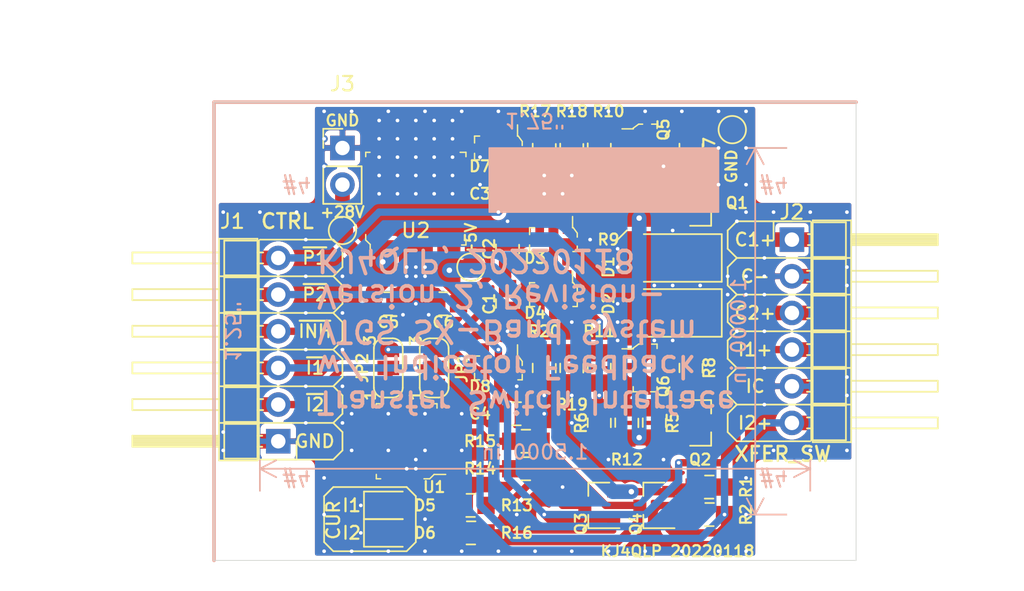
<source format=kicad_pcb>
(kicad_pcb (version 20171130) (host pcbnew 5.1.12-84ad8e8a86~92~ubuntu20.04.1)
  (title_block (title "Transfer Switch Interface, Version 2") (date 2022-01-18) (rev -) (company "Virginia Tech Ground Station (VTGS) SX-Band System") (comment 1 "VT National Security Institute") (comment 2 creativecommons.org/licenses/by/4.0/) (comment 3 "License: CC BY 4.0") (comment 4 "Author: Zach Leffke, KJ4QLP"))
  (layers (0 F.Cu signal) (31 B.Cu signal) (34 B.Paste user) (35 F.Paste user) (36 B.SilkS user) (37 F.SilkS user) (38 B.Mask user) (39 F.Mask user) (44 Edge.Cuts user))
  (net 0 "")
  (net 1 "Net-(Q1-Pad1)")
  (net 2 "Net-(Q2-Pad1)")
  (net 3 "Net-(D3-Pad2)")
  (net 4 "Net-(D3-Pad1)")
  (net 5 "Net-(Q4-Pad3)")
  (net 6 "Net-(Q5-Pad1)")
  (net 7 GND)
  (net 8 +5V)
  (net 9 "Net-(D6-Pad2)")
  (net 10 +28V)
  (net 11 "Net-(Q6-Pad1)")
  (net 12 "Net-(Q6-Pad3)")
  (net 13 "Net-(D7-Pad2)")
  (net 14 "Net-(D8-Pad2)")
  (net 15 C1+)
  (net 16 C2+)
  (net 17 I2)
  (net 18 I1)
  (net 19 ~INH)
  (net 20 ~P1)
  (net 21 ~P2)
  (net 22 "Net-(D4-Pad1)")
  (net 23 "Net-(D4-Pad2)")
  (net 24 "Net-(D5-Pad2)")
  (net 25 "Net-(D7-Pad1)")
  (net 26 "Net-(D8-Pad1)")
  (net 27 ~I1_CTL)
  (net 28 ~I2_CTL)
  (net 29 ~I1)
  (net 30 ~I2)
  (net 31 "Net-(Q3-Pad3)")
  (net 32 "Net-(Q5-Pad3)")
  (net 33 "Net-(R14-Pad2)")
  (net 34 "Net-(R15-Pad1)")
  (module Connector_PinHeader_2.54mm:PinHeader_1x06_P2.54mm_Horizontal (layer F.Cu) (at 198.755 73.025)
    (fp_text reference J2 (at 0 -1.905) (layer F.SilkS))
    (fp_text value XFER_SW)
    (pad 6 thru_hole oval (at 0 12.7) (size 1.7 1.7) (drill 1) (layers *.Cu *.Mask) (net 17 I2))
    (pad 5 thru_hole oval (at 0 10.16) (size 1.7 1.7) (drill 1) (layers *.Cu *.Mask) (net 7 GND))
    (pad 4 thru_hole oval (at 0 7.62) (size 1.7 1.7) (drill 1) (layers *.Cu *.Mask) (net 18 I1))
    (pad 3 thru_hole oval (at 0 5.08) (size 1.7 1.7) (drill 1) (layers *.Cu *.Mask) (net 16 C2+))
    (pad 2 thru_hole oval (at 0 2.54) (size 1.7 1.7) (drill 1) (layers *.Cu *.Mask) (net 7 GND))
    (pad 1 thru_hole rect (at 0 0) (size 1.7 1.7) (drill 1) (layers *.Cu *.Mask) (net 15 C1+))
  )
  (module TestPoint:TestPoint_Pad_2.0x2.0mm (layer F.Cu) (at 201.295 85.725 270)
    (fp_text reference TP15)
    (fp_text value GND)
    (pad 1 smd rect (at 0 0 270) (size 2 2) (layers F.Cu F.Mask) (net 17 I2))
  )
  (module TestPoint:TestPoint_Pad_2.0x2.0mm (layer F.Cu) (at 201.295 83.185 270)
    (fp_text reference TP14)
    (fp_text value ~I2_CTL)
    (pad 1 smd rect (at 0 0 270) (size 2 2) (layers F.Cu F.Mask) (net 7 GND))
  )
  (module TestPoint:TestPoint_Pad_2.0x2.0mm (layer F.Cu) (at 201.295 80.645 270)
    (fp_text reference TP13)
    (fp_text value ~I1_CTL)
    (pad 1 smd rect (at 0 0 270) (size 2 2) (layers F.Cu F.Mask) (net 18 I1))
  )
  (module TestPoint:TestPoint_Pad_2.0x2.0mm (layer F.Cu) (at 201.295 78.105 270)
    (fp_text reference TP12)
    (fp_text value ~INH)
    (pad 1 smd rect (at 0 0 270) (size 2 2) (layers F.Cu F.Mask) (net 16 C2+))
  )
  (module TestPoint:TestPoint_Pad_2.0x2.0mm (layer F.Cu) (at 201.295 75.565 270)
    (fp_text reference TP11)
    (fp_text value ~P2)
    (pad 1 smd rect (at 0 0 270) (size 2 2) (layers F.Cu F.Mask) (net 7 GND))
  )
  (module TestPoint:TestPoint_Pad_2.0x2.0mm (layer F.Cu) (at 201.295 73.025 270)
    (fp_text reference TP10)
    (fp_text value ~P1)
    (pad 1 smd rect (at 0 0 270) (size 2 2) (layers F.Cu F.Mask) (net 15 C1+))
  )
  (module TestPoint:TestPoint_Pad_2.0x2.0mm (layer F.Cu) (at 160.655 86.995 90)
    (fp_text reference TP9)
    (fp_text value GND)
    (pad 1 smd rect (at 0 0 90) (size 2 2) (layers F.Cu F.Mask) (net 7 GND))
  )
  (module TestPoint:TestPoint_Pad_2.0x2.0mm (layer F.Cu) (at 160.655 84.455 90)
    (fp_text reference TP8)
    (fp_text value ~I2_CTL)
    (pad 1 smd rect (at 0 0 90) (size 2 2) (layers F.Cu F.Mask) (net 28 ~I2_CTL))
  )
  (module TestPoint:TestPoint_Pad_2.0x2.0mm (layer F.Cu) (at 160.655 81.915 90)
    (fp_text reference TP7)
    (fp_text value ~I1_CTL)
    (pad 1 smd rect (at 0 0 90) (size 2 2) (layers F.Cu F.Mask) (net 27 ~I1_CTL))
  )
  (module TestPoint:TestPoint_Pad_2.0x2.0mm (layer F.Cu) (at 160.655 79.375 90)
    (fp_text reference TP6)
    (fp_text value ~INH)
    (pad 1 smd rect (at 0 0 90) (size 2 2) (layers F.Cu F.Mask) (net 19 ~INH))
  )
  (module TestPoint:TestPoint_Pad_2.0x2.0mm (layer F.Cu) (at 160.655 76.835 90)
    (fp_text reference TP5)
    (fp_text value ~P2)
    (pad 1 smd rect (at 0 0 90) (size 2 2) (layers F.Cu F.Mask) (net 21 ~P2))
  )
  (module TestPoint:TestPoint_Pad_2.0x2.0mm (layer F.Cu) (at 160.655 74.295 90)
    (fp_text reference TP4)
    (fp_text value ~P1)
    (pad 1 smd rect (at 0 0 90) (size 2 2) (layers F.Cu F.Mask) (net 20 ~P1))
  )
  (module TestPoint:TestPoint_Pad_D1.5mm (layer F.Cu) (at 194.6275 65.405)
    (fp_text reference TP3)
    (fp_text value GND)
    (pad 1 smd circle (at 0 0) (size 1.5 1.5) (layers F.Cu F.Mask) (net 7 GND))
  )
  (module TestPoint:TestPoint_Pad_D1.5mm (layer F.Cu) (at 167.64 72.39)
    (fp_text reference TP2)
    (fp_text value +28V)
    (pad 1 smd circle (at 0 0) (size 1.5 1.5) (layers F.Cu F.Mask) (net 10 +28V))
  )
  (module TestPoint:TestPoint_Pad_D1.5mm (layer F.Cu) (at 176.53 74.93)
    (fp_text reference TP1)
    (fp_text value +5V)
    (pad 1 smd circle (at 0 0) (size 1.5 1.5) (layers F.Cu F.Mask) (net 8 +5V))
  )
  (module Connector_PinHeader_2.54mm:PinHeader_1x02_P2.54mm_Vertical (layer F.Cu) (at 167.64 66.675)
    (fp_text reference J3 (at 0 -4.445) (layer F.SilkS))
    (fp_text value 28VDC_IN)
    (pad 2 thru_hole oval (at 0 2.54) (size 1.7 1.7) (drill 1) (layers *.Cu *.Mask) (net 10 +28V))
    (pad 1 thru_hole rect (at 0 0) (size 1.7 1.7) (drill 1) (layers *.Cu *.Mask) (net 7 GND))
  )
  (module digikey-footprints:SOIC-8_W3.9mm (layer F.Cu) (at 172.085 86.995 90)
    (fp_text reference U1 (at -3.175 1.905 180) (layer F.SilkS) (effects (font (size 0.762 0.762))))
    (fp_text value ILD207T)
    (pad 3 smd rect (at 0.635 2.45 90) (size 0.6 2) (layers F.Cu F.Paste F.Mask) (net 34 "Net-(R15-Pad1)"))
    (pad 8 smd rect (at -1.905 -2.45 90) (size 0.6 2) (layers F.Cu F.Paste F.Mask) (net 29 ~I1))
    (pad 7 smd rect (at -0.635 -2.45 90) (size 0.6 2) (layers F.Cu F.Paste F.Mask) (net 7 GND))
    (pad 6 smd rect (at 0.635 -2.45 90) (size 0.6 2) (layers F.Cu F.Paste F.Mask) (net 30 ~I2))
    (pad 5 smd rect (at 1.905 -2.45 90) (size 0.6 2) (layers F.Cu F.Paste F.Mask) (net 7 GND))
    (pad 4 smd rect (at 1.905 2.45 90) (size 0.6 2) (layers F.Cu F.Paste F.Mask) (net 7 GND))
    (pad 2 smd rect (at -0.635 2.45 90) (size 0.6 2) (layers F.Cu F.Paste F.Mask) (net 7 GND))
    (pad 1 smd rect (at -1.905 2.45 90) (size 0.6 2) (layers F.Cu F.Paste F.Mask) (net 33 "Net-(R14-Pad2)"))
  )
  (module Package_TO_SOT_SMD:SOT-23 (layer F.Cu) (at 185.42 91.44 180)
    (fp_text reference Q3 (at 1.27 -1.27 90) (layer F.SilkS) (effects (font (size 0.762 0.762))))
    (fp_text value IRLML9301)
    (pad 3 smd rect (at 1 0 180) (size 0.9 0.8) (layers F.Cu F.Paste F.Mask) (net 31 "Net-(Q3-Pad3)"))
    (pad 2 smd rect (at -1 0.95 180) (size 0.9 0.8) (layers F.Cu F.Paste F.Mask) (net 8 +5V))
    (pad 1 smd rect (at -1 -0.95 180) (size 0.9 0.8) (layers F.Cu F.Paste F.Mask) (net 18 I1))
  )
  (module digikey-footprints:TO-252-3 (layer F.Cu) (at 172.72 70.485 90)
    (fp_text reference U2 (at -1.905 0) (layer F.SilkS))
    (fp_text value MC7805BDTRKG)
    (pad 3 smd rect (at -4.08 2.285 270) (size 3 1.6) (layers F.Cu F.Paste F.Mask) (net 8 +5V))
    (pad 4 smd rect (at 3.09 0 270) (size 6.2 5.8) (layers F.Cu F.Paste F.Mask) (net 7 GND))
    (pad 1 smd rect (at -4.08 -2.285 270) (size 3 1.6) (layers F.Cu F.Paste F.Mask) (net 10 +28V))
  )
  (module digikey-footprints:0805 (layer F.Cu) (at 180.34 86.995)
    (fp_text reference R15 (at -3.175 0) (layer F.SilkS) (effects (font (size 0.762 0.762))))
    (fp_text value 1k)
    (pad 1 smd rect (at -1.05 0) (size 1.2 1.2) (layers F.Cu F.Paste F.Mask) (net 34 "Net-(R15-Pad1)"))
    (pad 2 smd rect (at 1.05 0) (size 1.2 1.2) (layers F.Cu F.Paste F.Mask) (net 5 "Net-(Q4-Pad3)"))
  )
  (module digikey-footprints:0805 (layer F.Cu) (at 180.34 88.9 180)
    (fp_text reference R14 (at 3.175 0) (layer F.SilkS) (effects (font (size 0.762 0.762))))
    (fp_text value 1k)
    (pad 1 smd rect (at -1.05 0 180) (size 1.2 1.2) (layers F.Cu F.Paste F.Mask) (net 31 "Net-(Q3-Pad3)"))
    (pad 2 smd rect (at 1.05 0 180) (size 1.2 1.2) (layers F.Cu F.Paste F.Mask) (net 33 "Net-(R14-Pad2)"))
  )
  (module Jumper:SolderJumper-3_P1.3mm_Bridged12_RoundedPad1.0x1.5mm_NumberLabels (layer F.Cu) (at 170.815 81.915 90)
    (fp_text reference JP2 (at 0 -1.8 90) (layer F.SilkS) (effects (font (size 0.762 0.762))))
    (fp_text value Indicator_2)
    (fp_poly (pts (xy -0.9 -0.3) (xy -0.4 -0.3) (xy -0.4 0.3) (xy -0.9 0.3)) (layer F.Cu) (width 0))
    (fp_text user 1 (at -1.905 -1.27 90) (layer F.SilkS) (effects (font (size 0.762 0.762))))
    (fp_text user 3 (at 1.905 -1.27 90) (layer F.SilkS) (effects (font (size 0.762 0.762))))
    (pad 1 smd custom (at -1.3 0 90) (size 1 0.5) (layers F.Cu F.Mask) (net 30 ~I2) (options (clearance outline) (anchor rect)) (primitives (gr_poly (pts (xy 0.55 -0.75) (xy 0 -0.75) (xy 0 0.75) (xy 0.55 0.75)) (width 0)) (gr_circle (center 0 0.25) (end 0.5 0.25) (width 0)) (gr_circle (center 0 -0.25) (end 0.5 -0.25) (width 0))))
    (pad 2 smd rect (at 0 0 90) (size 1 1.5) (layers F.Cu F.Mask) (net 28 ~I2_CTL))
    (pad 3 smd custom (at 1.3 0 90) (size 1 0.5) (layers F.Cu F.Mask) (net 17 I2) (options (clearance outline) (anchor rect)) (primitives (gr_circle (center 0 0.25) (end 0.5 0.25) (width 0)) (gr_circle (center 0 -0.25) (end 0.5 -0.25) (width 0)) (gr_poly (pts (xy -0.55 -0.75) (xy 0 -0.75) (xy 0 0.75) (xy -0.55 0.75)) (width 0))))
  )
  (module Jumper:SolderJumper-3_P1.3mm_Bridged12_RoundedPad1.0x1.5mm_NumberLabels (layer F.Cu) (at 173.99 81.915 90)
    (fp_text reference JP1 (at 0 1.905 90) (layer F.SilkS) (effects (font (size 0.762 0.762))))
    (fp_text value Indicator_1)
    (fp_poly (pts (xy -0.9 -0.3) (xy -0.4 -0.3) (xy -0.4 0.3) (xy -0.9 0.3)) (layer F.Cu) (width 0))
    (fp_text user 1 (at -1.905 -1.27 90) (layer F.SilkS) (effects (font (size 0.762 0.762))))
    (fp_text user 3 (at 1.905 -1.27 90) (layer F.SilkS) (effects (font (size 0.762 0.762))))
    (pad 1 smd custom (at -1.3 0 90) (size 1 0.5) (layers F.Cu F.Mask) (net 29 ~I1) (options (clearance outline) (anchor rect)) (primitives (gr_poly (pts (xy 0.55 -0.75) (xy 0 -0.75) (xy 0 0.75) (xy 0.55 0.75)) (width 0)) (gr_circle (center 0 0.25) (end 0.5 0.25) (width 0)) (gr_circle (center 0 -0.25) (end 0.5 -0.25) (width 0))))
    (pad 2 smd rect (at 0 0 90) (size 1 1.5) (layers F.Cu F.Mask) (net 27 ~I1_CTL))
    (pad 3 smd custom (at 1.3 0 90) (size 1 0.5) (layers F.Cu F.Mask) (net 18 I1) (options (clearance outline) (anchor rect)) (primitives (gr_circle (center 0 0.25) (end 0.5 0.25) (width 0)) (gr_circle (center 0 -0.25) (end 0.5 -0.25) (width 0)) (gr_poly (pts (xy -0.55 -0.75) (xy 0 -0.75) (xy 0 0.75) (xy -0.55 0.75)) (width 0))))
  )
  (module Connector_PinHeader_2.54mm:PinHeader_1x06_P2.54mm_Horizontal (layer F.Cu) (at 163.195 86.995 180)
    (fp_text reference J1 (at 3.175 15.24) (layer F.SilkS))
    (fp_text value CONTROL)
    (pad 6 thru_hole oval (at 0 12.7 180) (size 1.7 1.7) (drill 1) (layers *.Cu *.Mask) (net 20 ~P1))
    (pad 5 thru_hole oval (at 0 10.16 180) (size 1.7 1.7) (drill 1) (layers *.Cu *.Mask) (net 21 ~P2))
    (pad 4 thru_hole oval (at 0 7.62 180) (size 1.7 1.7) (drill 1) (layers *.Cu *.Mask) (net 19 ~INH))
    (pad 3 thru_hole oval (at 0 5.08 180) (size 1.7 1.7) (drill 1) (layers *.Cu *.Mask) (net 27 ~I1_CTL))
    (pad 2 thru_hole oval (at 0 2.54 180) (size 1.7 1.7) (drill 1) (layers *.Cu *.Mask) (net 28 ~I2_CTL))
    (pad 1 thru_hole rect (at 0 0 180) (size 1.7 1.7) (drill 1) (layers *.Cu *.Mask) (net 7 GND))
  )
  (module digikey-footprints:SOT-23-3 (layer F.Cu) (at 182.245 76.835 270)
    (fp_text reference D4 (at 1.27 1.27) (layer F.SilkS) (effects (font (size 0.762 0.762))))
    (fp_text value BAS16W)
    (pad 1 smd rect (at -1.05 -0.95 270) (size 1.3 0.6) (layers F.Cu F.Paste F.Mask) (net 22 "Net-(D4-Pad1)"))
    (pad 2 smd rect (at -1.05 0.95 270) (size 1.3 0.6) (layers F.Cu F.Paste F.Mask) (net 23 "Net-(D4-Pad2)"))
    (pad 3 smd rect (at 1.05 0 270) (size 1.3 0.6) (layers F.Cu F.Paste F.Mask) (net 19 ~INH))
  )
  (module digikey-footprints:SOT-23-3 (layer F.Cu) (at 182.245 73.025 270)
    (fp_text reference D3 (at 1.27 1.27 180) (layer F.SilkS) (effects (font (size 0.762 0.762))))
    (fp_text value BAS16W)
    (pad 1 smd rect (at -1.05 -0.95 270) (size 1.3 0.6) (layers F.Cu F.Paste F.Mask) (net 4 "Net-(D3-Pad1)"))
    (pad 2 smd rect (at -1.05 0.95 270) (size 1.3 0.6) (layers F.Cu F.Paste F.Mask) (net 3 "Net-(D3-Pad2)"))
    (pad 3 smd rect (at 1.05 0 270) (size 1.3 0.6) (layers F.Cu F.Paste F.Mask) (net 19 ~INH))
  )
  (module digikey-footprints:0805 (layer F.Cu) (at 174.625 77.47 180)
    (fp_text reference C6 (at 0 -1.27 180) (layer F.SilkS) (effects (font (size 0.762 0.762))))
    (fp_text value 1uF)
    (pad 1 smd rect (at -1.05 0 180) (size 1.2 1.2) (layers F.Cu F.Paste F.Mask) (net 8 +5V))
    (pad 2 smd rect (at 1.05 0 180) (size 1.2 1.2) (layers F.Cu F.Paste F.Mask) (net 7 GND))
  )
  (module digikey-footprints:0805 (layer F.Cu) (at 170.815 77.47)
    (fp_text reference C5 (at 0 1.27 180) (layer F.SilkS) (effects (font (size 0.762 0.762))))
    (fp_text value 10uF)
    (pad 1 smd rect (at -1.05 0) (size 1.2 1.2) (layers F.Cu F.Paste F.Mask) (net 10 +28V))
    (pad 2 smd rect (at 1.05 0) (size 1.2 1.2) (layers F.Cu F.Paste F.Mask) (net 7 GND))
  )
  (module digikey-footprints:0805 (layer F.Cu) (at 179.07 73.66 90)
    (fp_text reference C2 (at 0 -1.27 90) (layer F.SilkS) (effects (font (size 0.762 0.762))))
    (fp_text value 0.01uF)
    (pad 1 smd rect (at -1.05 0 90) (size 1.2 1.2) (layers F.Cu F.Paste F.Mask) (net 19 ~INH))
    (pad 2 smd rect (at 1.05 0 90) (size 1.2 1.2) (layers F.Cu F.Paste F.Mask) (net 7 GND))
  )
  (module digikey-footprints:0805 (layer F.Cu) (at 179.07 77.47 270)
    (fp_text reference C1 (at 0 1.27 90) (layer F.SilkS) (effects (font (size 0.762 0.762))))
    (fp_text value 0.01uF)
    (pad 1 smd rect (at -1.05 0 270) (size 1.2 1.2) (layers F.Cu F.Paste F.Mask) (net 19 ~INH))
    (pad 2 smd rect (at 1.05 0 270) (size 1.2 1.2) (layers F.Cu F.Paste F.Mask) (net 7 GND))
  )
  (module digikey-footprints:0805 (layer F.Cu) (at 176.53 93.345 180)
    (fp_text reference R16 (at -3.175 0 180) (layer F.SilkS) (effects (font (size 0.762 0.762))))
    (fp_text value 1k)
    (pad 1 smd rect (at -1.05 0 180) (size 1.2 1.2) (layers F.Cu F.Paste F.Mask) (net 5 "Net-(Q4-Pad3)"))
    (pad 2 smd rect (at 1.05 0 180) (size 1.2 1.2) (layers F.Cu F.Paste F.Mask) (net 9 "Net-(D6-Pad2)"))
  )
  (module digikey-footprints:0805 (layer F.Cu) (at 176.53 91.44)
    (fp_text reference R13 (at 3.175 0 180) (layer F.SilkS) (effects (font (size 0.762 0.762))))
    (fp_text value 1k)
    (pad 1 smd rect (at -1.05 0) (size 1.2 1.2) (layers F.Cu F.Paste F.Mask) (net 24 "Net-(D5-Pad2)"))
    (pad 2 smd rect (at 1.05 0) (size 1.2 1.2) (layers F.Cu F.Paste F.Mask) (net 31 "Net-(Q3-Pad3)"))
  )
  (module Package_TO_SOT_SMD:SOT-23 (layer F.Cu) (at 189.23 91.44 180)
    (fp_text reference Q4 (at 1.27 -1.285 90) (layer F.SilkS) (effects (font (size 0.762 0.762))))
    (fp_text value IRLML9301)
    (pad 3 smd rect (at 1 0 180) (size 0.9 0.8) (layers F.Cu F.Paste F.Mask) (net 5 "Net-(Q4-Pad3)"))
    (pad 2 smd rect (at -1 0.95 180) (size 0.9 0.8) (layers F.Cu F.Paste F.Mask) (net 8 +5V))
    (pad 1 smd rect (at -1 -0.95 180) (size 0.9 0.8) (layers F.Cu F.Paste F.Mask) (net 17 I2))
  )
  (module LED_SMD:LED_0805_2012Metric (layer F.Cu) (at 170.815 93.345)
    (fp_text reference D6 (at 2.54 0 180) (layer F.SilkS) (effects (font (size 0.762 0.762))))
    (fp_text value LED)
    (pad 2 smd roundrect (at 0.9375 0) (size 0.975 1.4) (layers F.Cu F.Paste F.Mask) (net 9 "Net-(D6-Pad2)"))
    (pad 1 smd roundrect (at -0.9375 0) (size 0.975 1.4) (layers F.Cu F.Paste F.Mask) (net 7 GND))
  )
  (module LED_SMD:LED_0805_2012Metric (layer F.Cu) (at 170.815 91.44)
    (fp_text reference D5 (at 2.54 0 180) (layer F.SilkS) (effects (font (size 0.762 0.762))))
    (fp_text value LED)
    (pad 2 smd roundrect (at 0.9375 0) (size 0.975 1.4) (layers F.Cu F.Paste F.Mask) (net 24 "Net-(D5-Pad2)"))
    (pad 1 smd roundrect (at -0.9375 0) (size 0.975 1.4) (layers F.Cu F.Paste F.Mask) (net 7 GND))
  )
  (module MountingHole:MountingHole_3.2mm_M3 (layer F.Cu) (at 200.025 92.075 270)
    (fp_text reference H4)
    (fp_text value "#4")
    (pad 1 np_thru_hole circle (at 0 0 270) (size 3.2 3.2) (drill 3.2) (layers *.Cu *.Mask))
  )
  (module MountingHole:MountingHole_3.2mm_M3 (layer F.Cu) (at 200.025 66.675)
    (fp_text reference H3)
    (fp_text value "#4")
    (pad 1 np_thru_hole circle (at 0 0) (size 3.2 3.2) (drill 3.2) (layers *.Cu *.Mask))
  )
  (module MountingHole:MountingHole_3.2mm_M3 (layer F.Cu) (at 161.925 92.075 90)
    (fp_text reference H2)
    (fp_text value "#4")
    (pad 1 np_thru_hole circle (at 0 0 90) (size 3.2 3.2) (drill 3.2) (layers *.Cu *.Mask))
  )
  (module MountingHole:MountingHole_3.2mm_M3 (layer F.Cu) (at 161.925 66.675)
    (fp_text reference H1)
    (fp_text value "#4")
    (pad 1 np_thru_hole circle (at 0 0) (size 3.2 3.2) (drill 3.2) (layers *.Cu *.Mask))
  )
  (module digikey-footprints:SOT-23-3 (layer F.Cu) (at 178.435 81.915 270)
    (fp_text reference D8 (at 1.27 1.27 180) (layer F.SilkS) (effects (font (size 0.762 0.762))))
    (fp_text value BAS16W)
    (pad 1 smd rect (at -1.05 -0.95 270) (size 1.3 0.6) (layers F.Cu F.Paste F.Mask) (net 26 "Net-(D8-Pad1)"))
    (pad 2 smd rect (at -1.05 0.95 270) (size 1.3 0.6) (layers F.Cu F.Paste F.Mask) (net 14 "Net-(D8-Pad2)"))
    (pad 3 smd rect (at 1.05 0 270) (size 1.3 0.6) (layers F.Cu F.Paste F.Mask) (net 21 ~P2))
  )
  (module digikey-footprints:SOT-23-3 (layer F.Cu) (at 178.435 66.675 270)
    (fp_text reference D7 (at 1.27 1.27 180) (layer F.SilkS) (effects (font (size 0.762 0.762))))
    (fp_text value BAS16W)
    (pad 1 smd rect (at -1.05 -0.95 270) (size 1.3 0.6) (layers F.Cu F.Paste F.Mask) (net 25 "Net-(D7-Pad1)"))
    (pad 2 smd rect (at -1.05 0.95 270) (size 1.3 0.6) (layers F.Cu F.Paste F.Mask) (net 13 "Net-(D7-Pad2)"))
    (pad 3 smd rect (at 1.05 0 270) (size 1.3 0.6) (layers F.Cu F.Paste F.Mask) (net 20 ~P1))
  )
  (module digikey-footprints:0805 (layer F.Cu) (at 193.04 92.075 180)
    (fp_text reference R2 (at -2.54 0 90) (layer F.SilkS) (effects (font (size 0.762 0.762))))
    (fp_text value 10k)
    (pad 1 smd rect (at -1.05 0 180) (size 1.2 1.2) (layers F.Cu F.Paste F.Mask) (net 17 I2))
    (pad 2 smd rect (at 1.05 0 180) (size 1.2 1.2) (layers F.Cu F.Paste F.Mask) (net 8 +5V))
  )
  (module digikey-footprints:0805 (layer F.Cu) (at 193.04 90.17)
    (fp_text reference R1 (at 2.54 0 90) (layer F.SilkS) (effects (font (size 0.762 0.762))))
    (fp_text value 10k)
    (pad 1 smd rect (at -1.05 0) (size 1.2 1.2) (layers F.Cu F.Paste F.Mask) (net 8 +5V))
    (pad 2 smd rect (at 1.05 0) (size 1.2 1.2) (layers F.Cu F.Paste F.Mask) (net 18 I1))
  )
  (module digikey-footprints:0805 (layer F.Cu) (at 181.61 81.915 90)
    (fp_text reference R20 (at 2.54 0) (layer F.SilkS) (effects (font (size 0.762 0.762))))
    (fp_text value 2.5k)
    (pad 1 smd rect (at -1.05 0 90) (size 1.2 1.2) (layers F.Cu F.Paste F.Mask) (net 7 GND))
    (pad 2 smd rect (at 1.05 0 90) (size 1.2 1.2) (layers F.Cu F.Paste F.Mask) (net 26 "Net-(D8-Pad1)"))
  )
  (module digikey-footprints:0805 (layer F.Cu) (at 187.325 85.725 270)
    (fp_text reference R12 (at 2.54 0 180) (layer F.SilkS) (effects (font (size 0.762 0.762))))
    (fp_text value 20k)
    (pad 1 smd rect (at -1.05 0 270) (size 1.2 1.2) (layers F.Cu F.Paste F.Mask) (net 26 "Net-(D8-Pad1)"))
    (pad 2 smd rect (at 1.05 0 270) (size 1.2 1.2) (layers F.Cu F.Paste F.Mask) (net 10 +28V))
  )
  (module digikey-footprints:0805 (layer F.Cu) (at 183.515 81.915 90)
    (fp_text reference R19 (at -2.54 0 180) (layer F.SilkS) (effects (font (size 0.762 0.762))))
    (fp_text value 2k)
    (pad 1 smd rect (at -1.05 0 90) (size 1.2 1.2) (layers F.Cu F.Paste F.Mask) (net 7 GND))
    (pad 2 smd rect (at 1.05 0 90) (size 1.2 1.2) (layers F.Cu F.Paste F.Mask) (net 11 "Net-(Q6-Pad1)"))
  )
  (module digikey-footprints:0805 (layer F.Cu) (at 185.42 81.915 270)
    (fp_text reference R11 (at -2.54 0 180) (layer F.SilkS) (effects (font (size 0.762 0.762))))
    (fp_text value 6k)
    (pad 1 smd rect (at -1.05 0 270) (size 1.2 1.2) (layers F.Cu F.Paste F.Mask) (net 11 "Net-(Q6-Pad1)"))
    (pad 2 smd rect (at 1.05 0 270) (size 1.2 1.2) (layers F.Cu F.Paste F.Mask) (net 22 "Net-(D4-Pad1)"))
  )
  (module digikey-footprints:0805 (layer F.Cu) (at 185.42 85.725 270)
    (fp_text reference R6 (at 0 1.27 270) (layer F.SilkS) (effects (font (size 0.762 0.762))))
    (fp_text value 10k)
    (pad 1 smd rect (at -1.05 0 270) (size 1.2 1.2) (layers F.Cu F.Paste F.Mask) (net 22 "Net-(D4-Pad1)"))
    (pad 2 smd rect (at 1.05 0 270) (size 1.2 1.2) (layers F.Cu F.Paste F.Mask) (net 10 +28V))
  )
  (module digikey-footprints:0805 (layer F.Cu) (at 189.23 85.725 270)
    (fp_text reference R5 (at 0 -1.27 270) (layer F.SilkS) (effects (font (size 0.762 0.762))))
    (fp_text value 10k)
    (pad 1 smd rect (at -1.05 0 270) (size 1.2 1.2) (layers F.Cu F.Paste F.Mask) (net 2 "Net-(Q2-Pad1)"))
    (pad 2 smd rect (at 1.05 0 270) (size 1.2 1.2) (layers F.Cu F.Paste F.Mask) (net 10 +28V))
  )
  (module digikey-footprints:0805 (layer F.Cu) (at 183.515 66.675 90)
    (fp_text reference R18 (at 2.54 0 180) (layer F.SilkS) (effects (font (size 0.762 0.762))))
    (fp_text value 2k)
    (pad 1 smd rect (at -1.05 0 90) (size 1.2 1.2) (layers F.Cu F.Paste F.Mask) (net 7 GND))
    (pad 2 smd rect (at 1.05 0 90) (size 1.2 1.2) (layers F.Cu F.Paste F.Mask) (net 6 "Net-(Q5-Pad1)"))
  )
  (module digikey-footprints:0805 (layer F.Cu) (at 185.42 66.675 270)
    (fp_text reference R10 (at -2.54 -0.635 180) (layer F.SilkS) (effects (font (size 0.762 0.762))))
    (fp_text value 6k)
    (pad 1 smd rect (at -1.05 0 270) (size 1.2 1.2) (layers F.Cu F.Paste F.Mask) (net 6 "Net-(Q5-Pad1)"))
    (pad 2 smd rect (at 1.05 0 270) (size 1.2 1.2) (layers F.Cu F.Paste F.Mask) (net 4 "Net-(D3-Pad1)"))
  )
  (module digikey-footprints:0805 (layer F.Cu) (at 185.42 70.485 270)
    (fp_text reference R3 (at 0 1.27 90) (layer F.SilkS) (effects (font (size 0.762 0.762))))
    (fp_text value 10k)
    (pad 1 smd rect (at -1.05 0 270) (size 1.2 1.2) (layers F.Cu F.Paste F.Mask) (net 4 "Net-(D3-Pad1)"))
    (pad 2 smd rect (at 1.05 0 270) (size 1.2 1.2) (layers F.Cu F.Paste F.Mask) (net 10 +28V))
  )
  (module digikey-footprints:0805 (layer F.Cu) (at 181.61 66.675 90)
    (fp_text reference R17 (at 2.54 -0.635 180) (layer F.SilkS) (effects (font (size 0.762 0.762))))
    (fp_text value 2.5k)
    (pad 1 smd rect (at -1.05 0 90) (size 1.2 1.2) (layers F.Cu F.Paste F.Mask) (net 7 GND))
    (pad 2 smd rect (at 1.05 0 90) (size 1.2 1.2) (layers F.Cu F.Paste F.Mask) (net 25 "Net-(D7-Pad1)"))
  )
  (module digikey-footprints:0805 (layer F.Cu) (at 187.325 70.485 270)
    (fp_text reference R9 (at 2.54 1.27 180) (layer F.SilkS) (effects (font (size 0.762 0.762))))
    (fp_text value 20k)
    (pad 1 smd rect (at -1.05 0 270) (size 1.2 1.2) (layers F.Cu F.Paste F.Mask) (net 25 "Net-(D7-Pad1)"))
    (pad 2 smd rect (at 1.05 0 270) (size 1.2 1.2) (layers F.Cu F.Paste F.Mask) (net 10 +28V))
  )
  (module digikey-footprints:0805 (layer F.Cu) (at 179.705 85.09)
    (fp_text reference C4 (at -2.54 0) (layer F.SilkS) (effects (font (size 0.762 0.762))))
    (fp_text value 0.01uF)
    (pad 1 smd rect (at -1.05 0) (size 1.2 1.2) (layers F.Cu F.Paste F.Mask) (net 21 ~P2))
    (pad 2 smd rect (at 1.05 0) (size 1.2 1.2) (layers F.Cu F.Paste F.Mask) (net 7 GND))
  )
  (module digikey-footprints:0805 (layer F.Cu) (at 191.77 81.915 90)
    (fp_text reference R8 (at 0 1.27 90) (layer F.SilkS) (effects (font (size 0.762 0.762))))
    (fp_text value 13k)
    (pad 1 smd rect (at -1.05 0 90) (size 1.2 1.2) (layers F.Cu F.Paste F.Mask) (net 2 "Net-(Q2-Pad1)"))
    (pad 2 smd rect (at 1.05 0 90) (size 1.2 1.2) (layers F.Cu F.Paste F.Mask) (net 12 "Net-(Q6-Pad3)"))
  )
  (module digikey-footprints:0805 (layer F.Cu) (at 191.77 66.675 90)
    (fp_text reference R7 (at 0 1.27 90) (layer F.SilkS) (effects (font (size 0.762 0.762))))
    (fp_text value 13k)
    (pad 1 smd rect (at -1.05 0 90) (size 1.2 1.2) (layers F.Cu F.Paste F.Mask) (net 1 "Net-(Q1-Pad1)"))
    (pad 2 smd rect (at 1.05 0 90) (size 1.2 1.2) (layers F.Cu F.Paste F.Mask) (net 32 "Net-(Q5-Pad3)"))
  )
  (module digikey-footprints:0805 (layer F.Cu) (at 189.23 70.485 270)
    (fp_text reference R4 (at 0 -1.27 90) (layer F.SilkS) (effects (font (size 0.762 0.762))))
    (fp_text value 10k)
    (pad 1 smd rect (at -1.05 0 270) (size 1.2 1.2) (layers F.Cu F.Paste F.Mask) (net 1 "Net-(Q1-Pad1)"))
    (pad 2 smd rect (at 1.05 0 270) (size 1.2 1.2) (layers F.Cu F.Paste F.Mask) (net 10 +28V))
  )
  (module digikey-footprints:SOT-23-3 (layer F.Cu) (at 188.595 81.915)
    (fp_text reference Q6 (at 1.27 1.27 90) (layer F.SilkS) (effects (font (size 0.762 0.762))))
    (fp_text value MMBTA06LT1G)
    (pad 1 smd rect (at -1.05 -0.95) (size 1.3 0.6) (layers F.Cu F.Paste F.Mask) (net 11 "Net-(Q6-Pad1)"))
    (pad 2 smd rect (at -1.05 0.95) (size 1.3 0.6) (layers F.Cu F.Paste F.Mask) (net 26 "Net-(D8-Pad1)"))
    (pad 3 smd rect (at 1.05 0) (size 1.3 0.6) (layers F.Cu F.Paste F.Mask) (net 12 "Net-(Q6-Pad3)"))
  )
  (module Package_TO_SOT_SMD:SOT-23 (layer F.Cu) (at 192.405 85.725)
    (fp_text reference Q2 (at 0 2.54 180) (layer F.SilkS) (effects (font (size 0.762 0.762))))
    (fp_text value IRLML9301)
    (pad 3 smd rect (at 1 0) (size 0.9 0.8) (layers F.Cu F.Paste F.Mask) (net 16 C2+))
    (pad 2 smd rect (at -1 0.95) (size 0.9 0.8) (layers F.Cu F.Paste F.Mask) (net 10 +28V))
    (pad 1 smd rect (at -1 -0.95) (size 0.9 0.8) (layers F.Cu F.Paste F.Mask) (net 2 "Net-(Q2-Pad1)"))
  )
  (module digikey-footprints:SOT-23-3 (layer F.Cu) (at 188.595 66.675)
    (fp_text reference Q5 (at 1.27 -1.27 90) (layer F.SilkS) (effects (font (size 0.762 0.762))))
    (fp_text value MMBTA06LT1G)
    (pad 1 smd rect (at -1.05 -0.95) (size 1.3 0.6) (layers F.Cu F.Paste F.Mask) (net 6 "Net-(Q5-Pad1)"))
    (pad 2 smd rect (at -1.05 0.95) (size 1.3 0.6) (layers F.Cu F.Paste F.Mask) (net 25 "Net-(D7-Pad1)"))
    (pad 3 smd rect (at 1.05 0) (size 1.3 0.6) (layers F.Cu F.Paste F.Mask) (net 32 "Net-(Q5-Pad3)"))
  )
  (module Diode_SMD:D_SMA (layer F.Cu) (at 190.5 78.105 180)
    (fp_text reference D2 (at 4.445 0.635 90) (layer F.SilkS) (effects (font (size 0.762 0.762))))
    (fp_text value US1M)
    (pad 2 smd rect (at 2 0 180) (size 2.5 1.8) (layers F.Cu F.Paste F.Mask) (net 7 GND))
    (pad 1 smd rect (at -2 0 180) (size 2.5 1.8) (layers F.Cu F.Paste F.Mask) (net 16 C2+))
  )
  (module Diode_SMD:D_SMA (layer F.Cu) (at 190.5 74.295 180)
    (fp_text reference D1 (at 4.445 -0.635 90) (layer F.SilkS) (effects (font (size 0.762 0.762))))
    (fp_text value US1M)
    (pad 2 smd rect (at 2 0 180) (size 2.5 1.8) (layers F.Cu F.Paste F.Mask) (net 7 GND))
    (pad 1 smd rect (at -2 0 180) (size 2.5 1.8) (layers F.Cu F.Paste F.Mask) (net 15 C1+))
  )
  (module Package_TO_SOT_SMD:SOT-23 (layer F.Cu) (at 192.405 70.485)
    (fp_text reference Q1 (at 2.54 0) (layer F.SilkS) (effects (font (size 0.762 0.762))))
    (fp_text value IRLML9301)
    (pad 3 smd rect (at 1 0) (size 0.9 0.8) (layers F.Cu F.Paste F.Mask) (net 15 C1+))
    (pad 2 smd rect (at -1 0.95) (size 0.9 0.8) (layers F.Cu F.Paste F.Mask) (net 10 +28V))
    (pad 1 smd rect (at -1 -0.95) (size 0.9 0.8) (layers F.Cu F.Paste F.Mask) (net 1 "Net-(Q1-Pad1)"))
  )
  (module digikey-footprints:0805 (layer F.Cu) (at 179.705 69.85)
    (fp_text reference C3 (at -2.54 0) (layer F.SilkS) (effects (font (size 0.762 0.762))))
    (fp_text value 0.01uF)
    (pad 1 smd rect (at -1.05 0) (size 1.2 1.2) (layers F.Cu F.Paste F.Mask) (net 20 ~P1))
    (pad 2 smd rect (at 1.05 0) (size 1.2 1.2) (layers F.Cu F.Paste F.Mask) (net 7 GND))
  )
  (gr_text GND (at 194.564 67.945 90) (layer F.SilkS) (effects (font (size 0.762 0.762))))
  (gr_text +5V (at 176.53 73.025 90) (layer F.SilkS) (effects (font (size 0.762 0.762))))
  (gr_text GND (at 167.64 64.77) (layer F.SilkS) (effects (font (size 0.762 0.762))))
  (gr_text +28V (at 167.64 71.12) (layer F.SilkS) (effects (font (size 0.762 0.762))))
  (gr_line (start 172.72 90.805) (end 172.72 93.98) (layer F.SilkS) (width 0.12))
  (gr_text "Transfer Switch Interface\nw/ Indicator Feedback \nVTGS SX-Band System\nVersion 2, Revision-\nKJ4QLP, 20220118" (at 165.735 79.375 180) (layer B.SilkS) (effects (font (size 1.524 1.524) (thickness 0.254)) (justify left mirror)))
  (gr_text "KJ4QLP 20220118" (at 185.42 94.615) (layer F.SilkS) (effects (font (size 0.762 0.762)) (justify left)))
  (gr_poly (pts (xy 177.8 66.675) (xy 193.675 66.675) (xy 193.675 71.12) (xy 177.8 71.12)) (layer B.SilkS) (width 0.1))
  (dimension 38.1 (width 0.12) (layer B.SilkS) (gr_text "1.5000 in" (at 180.975 87.63 180) (layer B.SilkS) (effects (font (size 1 1) (thickness 0.15)) (justify mirror))) (feature1 (pts (xy 161.925 92.075) (xy 161.925 88.313579))) (feature2 (pts (xy 200.025 92.075) (xy 200.025 88.313579))) (crossbar (pts (xy 200.025 88.9) (xy 161.925 88.9))) (arrow1a (pts (xy 161.925 88.9) (xy 163.051504 88.313579))) (arrow1b (pts (xy 161.925 88.9) (xy 163.051504 89.486421))) (arrow2a (pts (xy 200.025 88.9) (xy 198.898496 88.313579))) (arrow2b (pts (xy 200.025 88.9) (xy 198.898496 89.486421))))
  (dimension 25.4 (width 0.12) (layer B.SilkS) (gr_text "1.0000 in" (at 194.945 79.375 -90) (layer B.SilkS) (effects (font (size 1 1) (thickness 0.15)) (justify mirror))) (feature1 (pts (xy 200.025 92.075) (xy 195.628579 92.075))) (feature2 (pts (xy 200.025 66.675) (xy 195.628579 66.675))) (crossbar (pts (xy 196.215 66.675) (xy 196.215 92.075))) (arrow1a (pts (xy 196.215 92.075) (xy 195.628579 90.948496))) (arrow1b (pts (xy 196.215 92.075) (xy 196.801421 90.948496))) (arrow2a (pts (xy 196.215 66.675) (xy 195.628579 67.801504))) (arrow2b (pts (xy 196.215 66.675) (xy 196.801421 67.801504))))
  (gr_text 1.25" (at 160.02 79.375 270) (layer B.SilkS) (effects (font (size 1.016 1.016) (thickness 0.1524)) (justify mirror)))
  (gr_text 1.75" (at 180.975 64.77 180) (layer B.SilkS) (effects (font (size 1.016 1.016) (thickness 0.1524)) (justify mirror)))
  (gr_line (start 158.75 63.5) (end 158.75 95.25) (layer B.SilkS) (width 0.254))
  (gr_line (start 158.75 63.5) (end 203.2 63.5) (layer B.SilkS) (width 0.254))
  (gr_text "#4" (at 197.485 69.215 180) (layer B.SilkS) (effects (font (size 1.016 1.016) (thickness 0.1524)) (justify mirror)))
  (gr_text "#4" (at 164.465 69.215 180) (layer B.SilkS) (effects (font (size 1.016 1.016) (thickness 0.1524)) (justify mirror)))
  (gr_text "#4" (at 164.465 89.535 180) (layer B.SilkS) (effects (font (size 1.016 1.016) (thickness 0.1524)) (justify mirror)))
  (gr_text "#4" (at 197.485 89.535 180) (layer B.SilkS) (effects (font (size 1.016 1.016) (thickness 0.1524)) (justify mirror)))
  (gr_text CTRL (at 163.83 71.755) (layer F.SilkS) (effects (font (size 1.016 1.016) (thickness 0.1778))))
  (gr_line (start 200.025 71.755) (end 194.945 71.755) (layer F.SilkS) (width 0.12))
  (gr_line (start 167.64 73.66) (end 167.64 74.93) (layer F.SilkS) (width 0.12))
  (gr_line (start 167.64 76.2) (end 167.64 77.47) (layer F.SilkS) (width 0.12))
  (gr_line (start 167.64 78.74) (end 167.64 80.01) (layer F.SilkS) (width 0.12))
  (gr_line (start 167.64 81.28) (end 167.64 82.55) (layer F.SilkS) (width 0.12))
  (gr_line (start 167.64 83.82) (end 167.64 85.09) (layer F.SilkS) (width 0.12))
  (gr_line (start 167.64 86.36) (end 167.64 87.63) (layer F.SilkS) (width 0.12))
  (gr_line (start 167.005 85.725) (end 167.64 86.36) (layer F.SilkS) (width 0.12))
  (gr_line (start 167.005 83.185) (end 167.64 83.82) (layer F.SilkS) (width 0.12))
  (gr_line (start 167.005 80.645) (end 167.64 81.28) (layer F.SilkS) (width 0.12))
  (gr_line (start 167.005 78.105) (end 167.64 78.74) (layer F.SilkS) (width 0.12))
  (gr_line (start 167.005 75.565) (end 167.64 76.2) (layer F.SilkS) (width 0.12))
  (gr_line (start 167.005 73.025) (end 167.64 73.66) (layer F.SilkS) (width 0.12))
  (gr_line (start 167.64 74.93) (end 167.005 75.565) (layer F.SilkS) (width 0.12))
  (gr_line (start 167.64 77.47) (end 167.005 78.105) (layer F.SilkS) (width 0.12))
  (gr_line (start 167.64 80.01) (end 167.005 80.645) (layer F.SilkS) (width 0.12))
  (gr_line (start 167.64 82.55) (end 167.005 83.185) (layer F.SilkS) (width 0.12))
  (gr_line (start 167.64 85.09) (end 167.005 85.725) (layer F.SilkS) (width 0.12))
  (gr_line (start 167.005 73.025) (end 161.925 73.025) (layer F.SilkS) (width 0.12))
  (gr_line (start 167.005 75.565) (end 161.755 75.565) (layer F.SilkS) (width 0.12))
  (gr_line (start 167.005 78.105) (end 161.755 78.105) (layer F.SilkS) (width 0.12))
  (gr_line (start 167.005 80.645) (end 161.755 80.645) (layer F.SilkS) (width 0.12))
  (gr_line (start 167.005 83.185) (end 161.755 83.185) (layer F.SilkS) (width 0.12))
  (gr_line (start 167.005 85.725) (end 161.755 85.725) (layer F.SilkS) (width 0.12))
  (gr_line (start 167.64 87.63) (end 167.005 88.265) (layer F.SilkS) (width 0.12))
  (gr_line (start 172.72 90.805) (end 172.085 90.17) (layer F.SilkS) (width 0.12))
  (gr_line (start 172.72 93.98) (end 172.085 94.615) (layer F.SilkS) (width 0.12))
  (gr_text XFER_SW (at 198.12 87.884) (layer F.SilkS) (effects (font (size 1.016 1.016) (thickness 0.1778))))
  (gr_line (start 194.945 84.455) (end 194.31 85.09) (layer F.SilkS) (width 0.12))
  (gr_line (start 194.945 81.915) (end 194.31 82.55) (layer F.SilkS) (width 0.12))
  (gr_line (start 194.945 84.455) (end 194.31 83.82) (layer F.SilkS) (width 0.12))
  (gr_line (start 194.945 86.995) (end 194.31 86.36) (layer F.SilkS) (width 0.12))
  (gr_line (start 194.31 85.09) (end 194.31 86.36) (layer F.SilkS) (width 0.12))
  (gr_line (start 194.31 82.55) (end 194.31 83.82) (layer F.SilkS) (width 0.12))
  (gr_line (start 194.945 81.915) (end 194.31 81.28) (layer F.SilkS) (width 0.12))
  (gr_line (start 194.31 80.01) (end 194.31 81.28) (layer F.SilkS) (width 0.12))
  (gr_line (start 194.945 79.375) (end 194.31 80.01) (layer F.SilkS) (width 0.12))
  (gr_line (start 167.005 88.265) (end 161.755 88.265) (layer F.SilkS) (width 0.12))
  (gr_line (start 194.31 73.66) (end 194.31 72.39) (layer F.SilkS) (width 0.12))
  (gr_line (start 194.945 74.295) (end 194.31 73.66) (layer F.SilkS) (width 0.12))
  (gr_line (start 194.945 71.755) (end 194.31 72.39) (layer F.SilkS) (width 0.12))
  (gr_line (start 194.945 74.295) (end 194.31 74.93) (layer F.SilkS) (width 0.12))
  (gr_line (start 194.945 76.835) (end 194.31 76.2) (layer F.SilkS) (width 0.12))
  (gr_line (start 194.945 76.835) (end 194.31 77.47) (layer F.SilkS) (width 0.12))
  (gr_line (start 200.195 84.455) (end 194.945 84.455) (layer F.SilkS) (width 0.12))
  (gr_line (start 200.195 81.915) (end 194.945 81.915) (layer F.SilkS) (width 0.12))
  (gr_line (start 194.945 79.375) (end 200.195 79.375) (layer F.SilkS) (width 0.12))
  (gr_line (start 194.945 86.995) (end 200.025 86.995) (layer F.SilkS) (width 0.12))
  (gr_line (start 194.945 79.375) (end 194.31 78.74) (layer F.SilkS) (width 0.12))
  (gr_line (start 194.31 77.47) (end 194.31 78.74) (layer F.SilkS) (width 0.12))
  (gr_line (start 194.945 76.835) (end 200.195 76.835) (layer F.SilkS) (width 0.12))
  (gr_line (start 194.31 74.93) (end 194.31 76.2) (layer F.SilkS) (width 0.12))
  (gr_line (start 200.195 74.295) (end 194.945 74.295) (layer F.SilkS) (width 0.12))
  (gr_text C- (at 196.215 75.565) (layer F.SilkS) (effects (font (size 0.889 0.889))))
  (gr_line (start 187.325 72.39) (end 186.69 73.025) (layer F.SilkS) (width 0.12))
  (gr_text C1+ (at 196.215 73.025) (layer F.SilkS) (effects (font (size 0.889 0.889))))
  (gr_text C2+ (at 196.215 78.105) (layer F.SilkS) (effects (font (size 0.889 0.889))))
  (gr_text I2+ (at 196.215 85.725) (layer F.SilkS) (effects (font (size 0.889 0.889))))
  (gr_text I1+ (at 196.215 80.645) (layer F.SilkS) (effects (font (size 0.889 0.889))))
  (gr_text IC (at 196.215 83.185) (layer F.SilkS) (effects (font (size 0.889 0.889))))
  (gr_text ~I1 (at 165.735 81.915) (layer F.SilkS) (effects (font (size 0.889 0.889))))
  (gr_text ~I2 (at 165.735 84.455) (layer F.SilkS) (effects (font (size 0.889 0.889))))
  (gr_text ~P2 (at 165.735 76.835) (layer F.SilkS) (effects (font (size 0.889 0.889))))
  (gr_text ~P1 (at 165.735 74.295) (layer F.SilkS) (effects (font (size 0.889 0.889))))
  (gr_text GND (at 165.735 86.995) (layer F.SilkS) (effects (font (size 0.889 0.889))))
  (gr_line (start 167.005 90.17) (end 166.37 90.805) (layer F.SilkS) (width 0.12))
  (gr_line (start 172.085 90.17) (end 167.005 90.17) (layer F.SilkS) (width 0.12))
  (gr_line (start 166.37 93.98) (end 166.37 90.805) (layer F.SilkS) (width 0.12))
  (gr_line (start 167.005 94.615) (end 166.37 93.98) (layer F.SilkS) (width 0.12))
  (gr_line (start 172.085 94.615) (end 167.005 94.615) (layer F.SilkS) (width 0.12))
  (gr_text ~INH (at 165.735 79.375) (layer F.SilkS) (effects (font (size 0.889 0.889))))
  (gr_text CUR (at 167.005 92.456 90) (layer F.SilkS) (effects (font (size 0.889 0.889))))
  (gr_text I2 (at 168.275 93.345) (layer F.SilkS) (effects (font (size 0.889 0.889))))
  (gr_text I1 (at 168.275 91.44) (layer F.SilkS) (effects (font (size 0.889 0.889))))
  (gr_line (start 203.2 95.25) (end 158.75 95.25) (layer Edge.Cuts) (width 0.05))
  (gr_line (start 203.2 63.5) (end 203.2 95.25) (layer Edge.Cuts) (width 0.05))
  (gr_line (start 158.75 63.5) (end 203.2 63.5) (layer Edge.Cuts) (width 0.05))
  (gr_line (start 158.75 95.25) (end 158.75 63.5) (layer Edge.Cuts) (width 0.05))
  (segment (start 189.33 69.535) (end 189.23 69.435) (width 0.508) (layer F.Cu) (net 1))
  (segment (start 191.405 69.535) (end 189.33 69.535) (width 0.508) (layer F.Cu) (net 1))
  (segment (start 191.405 69.535) (end 191.405 68.945) (width 0.508) (layer F.Cu) (net 1))
  (segment (start 191.77 68.58) (end 191.77 67.725) (width 0.508) (layer F.Cu) (net 1))
  (segment (start 191.405 68.945) (end 191.77 68.58) (width 0.508) (layer F.Cu) (net 1))
  (segment (start 189.33 84.775) (end 189.23 84.675) (width 0.508) (layer F.Cu) (net 2))
  (segment (start 191.405 84.775) (end 189.33 84.775) (width 0.508) (layer F.Cu) (net 2))
  (segment (start 191.405 84.775) (end 191.405 84.185) (width 0.508) (layer F.Cu) (net 2))
  (segment (start 191.77 83.82) (end 191.77 82.965) (width 0.508) (layer F.Cu) (net 2))
  (segment (start 191.405 84.185) (end 191.77 83.82) (width 0.508) (layer F.Cu) (net 2))
  (segment (start 185.42 67.725) (end 185.42 69.435) (width 0.508) (layer F.Cu) (net 4))
  (segment (start 183.195 71.975) (end 183.195 70.805) (width 0.508) (layer F.Cu) (net 4))
  (segment (start 184.565 69.435) (end 185.42 69.435) (width 0.508) (layer F.Cu) (net 4))
  (segment (start 183.195 70.805) (end 184.565 69.435) (width 0.508) (layer F.Cu) (net 4))
  (segment (start 181.416522 86.995) (end 185.861522 91.44) (width 0.508) (layer F.Cu) (net 5))
  (segment (start 185.861522 91.44) (end 188.23 91.44) (width 0.508) (layer F.Cu) (net 5))
  (segment (start 181.39 86.995) (end 181.416522 86.995) (width 0.508) (layer F.Cu) (net 5))
  (segment (start 179.044599 93.954599) (end 178.435 93.345) (width 0.508) (layer F.Cu) (net 5))
  (segment (start 186.715401 93.954599) (end 179.044599 93.954599) (width 0.508) (layer F.Cu) (net 5))
  (segment (start 188.23 92.44) (end 186.715401 93.954599) (width 0.508) (layer F.Cu) (net 5))
  (segment (start 178.435 93.345) (end 177.58 93.345) (width 0.508) (layer F.Cu) (net 5))
  (segment (start 188.23 91.44) (end 188.23 92.44) (width 0.508) (layer F.Cu) (net 5))
  (segment (start 183.515 65.625) (end 185.42 65.625) (width 0.508) (layer F.Cu) (net 6))
  (segment (start 185.52 65.725) (end 185.42 65.625) (width 0.508) (layer F.Cu) (net 6))
  (segment (start 187.545 65.725) (end 185.52 65.725) (width 0.508) (layer F.Cu) (net 6))
  (via (at 181.61 69.85) (size 0.508) (drill 0.254) (layers F.Cu B.Cu) (net 7))
  (via (at 183.515 68.58) (size 0.508) (drill 0.254) (layers F.Cu B.Cu) (net 7))
  (via (at 181.61 68.58) (size 0.508) (drill 0.254) (layers F.Cu B.Cu) (net 7))
  (via (at 181.61 83.82) (size 0.508) (drill 0.254) (layers F.Cu B.Cu) (net 7))
  (via (at 183.515 83.82) (size 0.508) (drill 0.254) (layers F.Cu B.Cu) (net 7))
  (via (at 181.61 85.09) (size 0.508) (drill 0.254) (layers F.Cu B.Cu) (net 7))
  (via (at 190.5 76.2) (size 0.508) (drill 0.254) (layers F.Cu B.Cu) (net 7))
  (via (at 192.405 76.2) (size 0.508) (drill 0.254) (layers F.Cu B.Cu) (net 7))
  (via (at 195.58 94.615) (size 0.508) (drill 0.254) (layers F.Cu B.Cu) (net 7))
  (via (at 193.675 94.615) (size 0.508) (drill 0.254) (layers F.Cu B.Cu) (net 7))
  (via (at 191.135 94.615) (size 0.508) (drill 0.254) (layers F.Cu B.Cu) (net 7))
  (via (at 188.595 94.615) (size 0.508) (drill 0.254) (layers F.Cu B.Cu) (net 7))
  (via (at 186.055 94.615) (size 0.508) (drill 0.254) (layers F.Cu B.Cu) (net 7))
  (via (at 183.515 94.615) (size 0.508) (drill 0.254) (layers F.Cu B.Cu) (net 7))
  (via (at 180.975 94.615) (size 0.508) (drill 0.254) (layers F.Cu B.Cu) (net 7))
  (via (at 178.435 94.615) (size 0.508) (drill 0.254) (layers F.Cu B.Cu) (net 7))
  (via (at 175.895 94.615) (size 0.508) (drill 0.254) (layers F.Cu B.Cu) (net 7))
  (via (at 173.355 94.615) (size 0.508) (drill 0.254) (layers F.Cu B.Cu) (net 7))
  (via (at 170.815 94.615) (size 0.508) (drill 0.254) (layers F.Cu B.Cu) (net 7))
  (via (at 168.275 94.615) (size 0.508) (drill 0.254) (layers F.Cu B.Cu) (net 7))
  (via (at 165.1 80.645) (size 0.508) (drill 0.254) (layers F.Cu B.Cu) (net 7))
  (via (at 165.1 78.105) (size 0.508) (drill 0.254) (layers F.Cu B.Cu) (net 7))
  (via (at 165.1 75.565) (size 0.508) (drill 0.254) (layers F.Cu B.Cu) (net 7))
  (via (at 165.1 73.025) (size 0.508) (drill 0.254) (layers F.Cu B.Cu) (net 7))
  (via (at 195.58 69.215) (size 0.508) (drill 0.254) (layers F.Cu B.Cu) (net 7))
  (via (at 195.58 66.675) (size 0.508) (drill 0.254) (layers F.Cu B.Cu) (net 7))
  (via (at 195.58 64.135) (size 0.508) (drill 0.254) (layers F.Cu B.Cu) (net 7))
  (via (at 193.675 64.135) (size 0.508) (drill 0.254) (layers F.Cu B.Cu) (net 7))
  (via (at 191.135 64.135) (size 0.508) (drill 0.254) (layers F.Cu B.Cu) (net 7))
  (via (at 188.595 64.135) (size 0.508) (drill 0.254) (layers F.Cu B.Cu) (net 7))
  (via (at 186.055 64.135) (size 0.508) (drill 0.254) (layers F.Cu B.Cu) (net 7))
  (via (at 183.515 64.135) (size 0.508) (drill 0.254) (layers F.Cu B.Cu) (net 7))
  (via (at 180.975 64.135) (size 0.508) (drill 0.254) (layers F.Cu B.Cu) (net 7))
  (via (at 178.435 64.135) (size 0.508) (drill 0.254) (layers F.Cu B.Cu) (net 7))
  (via (at 175.895 64.135) (size 0.508) (drill 0.254) (layers F.Cu B.Cu) (net 7))
  (via (at 173.355 64.135) (size 0.508) (drill 0.254) (layers F.Cu B.Cu) (net 7))
  (via (at 193.675 66.675) (size 0.508) (drill 0.254) (layers F.Cu B.Cu) (net 7))
  (via (at 193.675 69.215) (size 0.508) (drill 0.254) (layers F.Cu B.Cu) (net 7))
  (via (at 190.5 72.39) (size 0.508) (drill 0.254) (layers F.Cu B.Cu) (net 7))
  (via (at 190.5 80.01) (size 0.508) (drill 0.254) (layers F.Cu B.Cu) (net 7))
  (via (at 186.69 80.01) (size 0.508) (drill 0.254) (layers F.Cu B.Cu) (net 7))
  (via (at 189.23 76.2) (size 0.508) (drill 0.254) (layers F.Cu B.Cu) (net 7))
  (via (at 189.23 80.01) (size 0.508) (drill 0.254) (layers F.Cu B.Cu) (net 7))
  (via (at 177.165 69.215) (size 0.508) (drill 0.254) (layers F.Cu B.Cu) (net 7))
  (via (at 177.165 67.31) (size 0.508) (drill 0.254) (layers F.Cu B.Cu) (net 7))
  (via (at 168.91 91.44) (size 0.508) (drill 0.254) (layers F.Cu B.Cu) (net 7))
  (via (at 168.91 93.345) (size 0.508) (drill 0.254) (layers F.Cu B.Cu) (net 7))
  (via (at 166.37 67.945) (size 0.508) (drill 0.254) (layers F.Cu B.Cu) (net 7))
  (via (at 170.815 64.135) (size 0.508) (drill 0.254) (layers F.Cu B.Cu) (net 7))
  (via (at 168.275 64.135) (size 0.508) (drill 0.254) (layers F.Cu B.Cu) (net 7))
  (via (at 166.37 64.135) (size 0.508) (drill 0.254) (layers F.Cu B.Cu) (net 7))
  (via (at 166.37 66.04) (size 0.508) (drill 0.254) (layers F.Cu B.Cu) (net 7))
  (via (at 166.37 94.615) (size 0.508) (drill 0.254) (layers F.Cu B.Cu) (net 7))
  (via (at 166.37 92.075) (size 0.508) (drill 0.254) (layers F.Cu B.Cu) (net 7))
  (via (at 166.37 89.535) (size 0.508) (drill 0.254) (layers F.Cu B.Cu) (net 7))
  (via (at 159.385 87.63) (size 0.508) (drill 0.254) (layers F.Cu B.Cu) (net 7))
  (via (at 159.385 71.12) (size 0.508) (drill 0.254) (layers F.Cu B.Cu) (net 7))
  (via (at 202.565 71.12) (size 0.508) (drill 0.254) (layers F.Cu B.Cu) (net 7))
  (via (at 200.025 71.12) (size 0.508) (drill 0.254) (layers F.Cu B.Cu) (net 7))
  (via (at 197.485 71.12) (size 0.508) (drill 0.254) (layers F.Cu B.Cu) (net 7))
  (via (at 170.18 64.77) (size 0.508) (drill 0.254) (layers F.Cu B.Cu) (net 7))
  (via (at 170.18 66.04) (size 0.508) (drill 0.254) (layers F.Cu B.Cu) (net 7))
  (via (at 170.18 67.31) (size 0.508) (drill 0.254) (layers F.Cu B.Cu) (net 7))
  (via (at 170.18 68.58) (size 0.508) (drill 0.254) (layers F.Cu B.Cu) (net 7))
  (via (at 170.18 69.85) (size 0.508) (drill 0.254) (layers F.Cu B.Cu) (net 7))
  (via (at 171.45 69.85) (size 0.508) (drill 0.254) (layers F.Cu B.Cu) (net 7))
  (via (at 172.72 69.85) (size 0.508) (drill 0.254) (layers F.Cu B.Cu) (net 7))
  (via (at 173.99 69.85) (size 0.508) (drill 0.254) (layers F.Cu B.Cu) (net 7))
  (via (at 175.26 69.85) (size 0.508) (drill 0.254) (layers F.Cu B.Cu) (net 7))
  (via (at 175.26 68.58) (size 0.508) (drill 0.254) (layers F.Cu B.Cu) (net 7))
  (via (at 175.26 67.31) (size 0.508) (drill 0.254) (layers F.Cu B.Cu) (net 7))
  (via (at 175.26 66.04) (size 0.508) (drill 0.254) (layers F.Cu B.Cu) (net 7))
  (via (at 175.26 64.77) (size 0.508) (drill 0.254) (layers F.Cu B.Cu) (net 7))
  (via (at 173.99 64.77) (size 0.508) (drill 0.254) (layers F.Cu B.Cu) (net 7))
  (via (at 171.45 64.77) (size 0.508) (drill 0.254) (layers F.Cu B.Cu) (net 7))
  (via (at 172.72 64.77) (size 0.508) (drill 0.254) (layers F.Cu B.Cu) (net 7))
  (via (at 173.99 66.04) (size 0.508) (drill 0.254) (layers F.Cu B.Cu) (net 7))
  (via (at 173.99 67.31) (size 0.508) (drill 0.254) (layers F.Cu B.Cu) (net 7))
  (via (at 173.99 68.58) (size 0.508) (drill 0.254) (layers F.Cu B.Cu) (net 7))
  (via (at 172.72 68.58) (size 0.508) (drill 0.254) (layers F.Cu B.Cu) (net 7))
  (via (at 171.45 68.58) (size 0.508) (drill 0.254) (layers F.Cu B.Cu) (net 7))
  (via (at 171.45 67.31) (size 0.508) (drill 0.254) (layers F.Cu B.Cu) (net 7))
  (via (at 172.72 67.31) (size 0.508) (drill 0.254) (layers F.Cu B.Cu) (net 7))
  (via (at 172.72 66.04) (size 0.508) (drill 0.254) (layers F.Cu B.Cu) (net 7))
  (via (at 171.45 66.04) (size 0.508) (drill 0.254) (layers F.Cu B.Cu) (net 7))
  (via (at 186.69 73.66) (size 0.508) (drill 0.254) (layers F.Cu B.Cu) (net 7))
  (via (at 186.69 74.93) (size 0.508) (drill 0.254) (layers F.Cu B.Cu) (net 7))
  (via (at 186.69 77.47) (size 0.508) (drill 0.254) (layers F.Cu B.Cu) (net 7))
  (via (at 186.69 78.74) (size 0.508) (drill 0.254) (layers F.Cu B.Cu) (net 7))
  (via (at 179.07 79.375) (size 0.508) (drill 0.254) (layers F.Cu B.Cu) (net 7))
  (via (at 179.07 71.755) (size 0.508) (drill 0.254) (layers F.Cu B.Cu) (net 7))
  (via (at 168.275 85.09) (size 0.508) (drill 0.254) (layers F.Cu B.Cu) (net 7))
  (via (at 168.275 87.63) (size 0.508) (drill 0.254) (layers F.Cu B.Cu) (net 7))
  (via (at 175.895 87.63) (size 0.508) (drill 0.254) (layers F.Cu B.Cu) (net 7))
  (via (at 175.895 85.09) (size 0.508) (drill 0.254) (layers F.Cu B.Cu) (net 7))
  (via (at 173.355 85.09) (size 0.508) (drill 0.254) (layers F.Cu B.Cu) (net 7))
  (via (at 173.355 87.63) (size 0.508) (drill 0.254) (layers F.Cu B.Cu) (net 7))
  (via (at 170.815 85.09) (size 0.508) (drill 0.254) (layers F.Cu B.Cu) (net 7))
  (via (at 170.815 87.63) (size 0.508) (drill 0.254) (layers F.Cu B.Cu) (net 7))
  (via (at 182.88 90.17) (size 0.508) (drill 0.254) (layers F.Cu B.Cu) (net 7))
  (via (at 179.705 92.075) (size 0.508) (drill 0.254) (layers F.Cu B.Cu) (net 7))
  (via (at 172.72 77.47) (size 0.508) (drill 0.254) (layers F.Cu B.Cu) (net 7))
  (via (at 173.609 78.232) (size 0.508) (drill 0.254) (layers F.Cu B.Cu) (net 7))
  (via (at 195.58 92.075) (size 0.508) (drill 0.254) (layers F.Cu B.Cu) (net 7))
  (via (at 195.58 89.535) (size 0.508) (drill 0.254) (layers F.Cu B.Cu) (net 7))
  (via (at 202.565 87.63) (size 0.508) (drill 0.254) (layers F.Cu B.Cu) (net 7))
  (via (at 200.025 87.63) (size 0.508) (drill 0.254) (layers F.Cu B.Cu) (net 7))
  (via (at 197.485 87.63) (size 0.508) (drill 0.254) (layers F.Cu B.Cu) (net 7))
  (via (at 172.085 75.565) (size 0.508) (drill 0.254) (layers F.Cu B.Cu) (net 7))
  (via (at 173.355 75.565) (size 0.508) (drill 0.254) (layers F.Cu B.Cu) (net 7))
  (via (at 172.72 74.93) (size 0.508) (drill 0.254) (layers F.Cu B.Cu) (net 7))
  (via (at 172.72 75.565) (size 0.508) (drill 0.254) (layers F.Cu B.Cu) (net 7))
  (via (at 173.355 74.93) (size 0.508) (drill 0.254) (layers F.Cu B.Cu) (net 7))
  (via (at 172.085 74.93) (size 0.508) (drill 0.254) (layers F.Cu B.Cu) (net 7))
  (via (at 171.831 78.232) (size 0.508) (drill 0.254) (layers F.Cu B.Cu) (net 7))
  (via (at 161.925 71.12) (size 0.508) (drill 0.254) (layers F.Cu B.Cu) (net 7))
  (via (at 164.465 71.12) (size 0.508) (drill 0.254) (layers F.Cu B.Cu) (net 7))
  (via (at 172.72 88.265) (size 0.508) (drill 0.254) (layers F.Cu B.Cu) (net 7))
  (via (at 172.085 88.9) (size 0.508) (drill 0.254) (layers F.Cu B.Cu) (net 7))
  (via (at 172.72 88.9) (size 0.508) (drill 0.254) (layers F.Cu B.Cu) (net 7))
  (via (at 167.64 85.725) (size 0.508) (drill 0.254) (layers F.Cu B.Cu) (net 7))
  (via (at 173.355 92.3925) (size 0.508) (drill 0.254) (layers F.Cu B.Cu) (net 7))
  (via (at 189.865 88.265) (size 0.508) (drill 0.254) (layers F.Cu B.Cu) (net 7))
  (via (at 186.055 88.265) (size 0.508) (drill 0.254) (layers F.Cu B.Cu) (net 7))
  (via (at 183.515 85.725) (size 0.508) (drill 0.254) (layers F.Cu B.Cu) (net 7))
  (via (at 167.64 78.105) (size 0.508) (drill 0.254) (layers F.Cu B.Cu) (net 7))
  (via (at 167.64 75.565) (size 0.508) (drill 0.254) (layers F.Cu B.Cu) (net 7))
  (via (at 167.64 80.645) (size 0.508) (drill 0.254) (layers F.Cu B.Cu) (net 7))
  (via (at 167.64 83.185) (size 0.508) (drill 0.254) (layers F.Cu B.Cu) (net 7))
  (via (at 184.785 73.025) (size 0.508) (drill 0.254) (layers F.Cu B.Cu) (net 7))
  (segment (start 201.295 83.185) (end 198.755 83.185) (width 1.016) (layer F.Cu) (net 7))
  (segment (start 201.295 75.565) (end 198.755 75.565) (width 1.016) (layer F.Cu) (net 7))
  (segment (start 160.655 86.995) (end 163.195 86.995) (width 1.016) (layer F.Cu) (net 7))
  (via (at 194.945 79.375) (size 0.508) (drill 0.254) (layers F.Cu B.Cu) (net 7))
  (via (at 196.85 74.295) (size 0.508) (drill 0.254) (layers F.Cu B.Cu) (net 7))
  (via (at 196.85 79.375) (size 0.508) (drill 0.254) (layers F.Cu B.Cu) (net 7))
  (via (at 196.85 81.915) (size 0.508) (drill 0.254) (layers F.Cu B.Cu) (net 7))
  (via (at 196.85 84.455) (size 0.508) (drill 0.254) (layers F.Cu B.Cu) (net 7))
  (via (at 194.31 75.565) (size 0.508) (drill 0.254) (layers F.Cu B.Cu) (net 7))
  (via (at 195.58 76.835) (size 0.508) (drill 0.254) (layers F.Cu B.Cu) (net 7))
  (via (at 182.88 69.85) (size 0.508) (drill 0.254) (layers F.Cu B.Cu) (net 7))
  (via (at 196.85 76.835) (size 0.508) (drill 0.254) (layers F.Cu B.Cu) (net 7))
  (via (at 196.85 75.565) (size 0.508) (drill 0.254) (layers F.Cu B.Cu) (net 7))
  (via (at 195.58 75.565) (size 0.508) (drill 0.254) (layers F.Cu B.Cu) (net 7))
  (via (at 194.31 76.835) (size 0.508) (drill 0.254) (layers F.Cu B.Cu) (net 7))
  (via (at 194.945 71.755) (size 0.508) (drill 0.254) (layers F.Cu B.Cu) (net 7))
  (via (at 165.1 85.725) (size 0.508) (drill 0.254) (layers F.Cu B.Cu) (net 7))
  (via (at 165.1 83.185) (size 0.508) (drill 0.254) (layers F.Cu B.Cu) (net 7))
  (via (at 183.515 78.74) (size 0.508) (drill 0.254) (layers F.Cu B.Cu) (net 7))
  (via (at 179.705 83.185) (size 0.508) (drill 0.254) (layers F.Cu B.Cu) (net 7))
  (via (at 189.865 67.945) (size 0.508) (drill 0.254) (layers F.Cu B.Cu) (net 7))
  (via (at 195.58 71.12) (size 0.508) (drill 0.254) (layers F.Cu B.Cu) (net 7))
  (via (at 159.385 86.36) (size 0.508) (drill 0.254) (layers F.Cu B.Cu) (net 7))
  (via (at 202.565 82.55) (size 0.508) (drill 0.254) (layers F.Cu B.Cu) (net 7))
  (via (at 202.565 83.82) (size 0.508) (drill 0.254) (layers F.Cu B.Cu) (net 7))
  (via (at 202.565 74.93) (size 0.508) (drill 0.254) (layers F.Cu B.Cu) (net 7))
  (via (at 202.565 76.2) (size 0.508) (drill 0.254) (layers F.Cu B.Cu) (net 7))
  (segment (start 175.04 74.6) (end 175.005 74.565) (width 1.016) (layer F.Cu) (net 8))
  (segment (start 191.99 90.17) (end 191.99 92.075) (width 0.508) (layer F.Cu) (net 8))
  (segment (start 175.04 75.15) (end 175.04 74.6) (width 1.016) (layer F.Cu) (net 8))
  (via (at 175.04 75.15) (size 0.762) (drill 0.381) (layers F.Cu B.Cu) (net 8))
  (segment (start 186.42 90.49) (end 187.64 90.49) (width 0.508) (layer F.Cu) (net 8))
  (segment (start 191.99 90.17) (end 191.135 90.17) (width 0.508) (layer F.Cu) (net 8))
  (segment (start 190.23 90.49) (end 190.815 90.49) (width 0.508) (layer F.Cu) (net 8))
  (segment (start 190.815 90.49) (end 191.135 90.17) (width 0.508) (layer F.Cu) (net 8))
  (segment (start 187.64 90.49) (end 190.23 90.49) (width 0.508) (layer F.Cu) (net 8))
  (via (at 187.64 90.49) (size 0.762) (drill 0.381) (layers F.Cu B.Cu) (net 8))
  (segment (start 186.42 90.49) (end 187.64 90.49) (width 1.016) (layer B.Cu) (net 8))
  (segment (start 186.375 90.49) (end 186.42 90.49) (width 1.016) (layer B.Cu) (net 8))
  (segment (start 182.600599 79.730599) (end 182.600599 86.715599) (width 1.016) (layer B.Cu) (net 8))
  (segment (start 178.02 75.15) (end 182.600599 79.730599) (width 1.016) (layer B.Cu) (net 8))
  (segment (start 182.600599 86.715599) (end 186.375 90.49) (width 1.016) (layer B.Cu) (net 8))
  (segment (start 175.04 75.15) (end 178.02 75.15) (width 1.016) (layer B.Cu) (net 8))
  (segment (start 175.005 74.565) (end 175.005 75.945) (width 1.016) (layer F.Cu) (net 8))
  (segment (start 175.675 76.615) (end 175.675 77.47) (width 1.016) (layer F.Cu) (net 8))
  (segment (start 175.005 75.945) (end 175.675 76.615) (width 1.016) (layer F.Cu) (net 8))
  (segment (start 175.37 74.93) (end 175.005 74.565) (width 1.016) (layer F.Cu) (net 8))
  (segment (start 176.53 74.93) (end 175.37 74.93) (width 1.016) (layer F.Cu) (net 8))
  (segment (start 171.7525 93.345) (end 175.48 93.345) (width 0.508) (layer F.Cu) (net 9))
  (segment (start 167.64 73.025) (end 169.18 74.565) (width 1.016) (layer F.Cu) (net 10))
  (segment (start 167.64 71.755) (end 167.64 73.025) (width 1.016) (layer F.Cu) (net 10))
  (segment (start 167.64 69.215) (end 167.64 71.755) (width 1.016) (layer F.Cu) (net 10))
  (segment (start 170.435 74.565) (end 170.435 74.565) (width 1.016) (layer F.Cu) (net 10))
  (via (at 170.435 74.565) (size 0.762) (drill 0.381) (layers F.Cu B.Cu) (net 10))
  (segment (start 182.245 73.025) (end 171.975 73.025) (width 1.016) (layer B.Cu) (net 10))
  (segment (start 185.42 76.2) (end 182.245 73.025) (width 1.016) (layer B.Cu) (net 10))
  (segment (start 171.975 73.025) (end 170.435 74.565) (width 1.016) (layer B.Cu) (net 10))
  (segment (start 187.96 76.2) (end 188.18 75.98) (width 1.016) (layer B.Cu) (net 10))
  (segment (start 185.42 76.2) (end 187.96 76.2) (width 1.016) (layer B.Cu) (net 10))
  (segment (start 188.18 75.98) (end 188.18 71.535) (width 1.016) (layer B.Cu) (net 10))
  (segment (start 170.435 74.565) (end 170.435 75.945) (width 1.016) (layer F.Cu) (net 10))
  (segment (start 169.765 76.615) (end 169.765 77.47) (width 1.016) (layer F.Cu) (net 10))
  (segment (start 170.435 75.945) (end 169.765 76.615) (width 1.016) (layer F.Cu) (net 10))
  (segment (start 189.23 71.535) (end 188.18 71.535) (width 1.016) (layer F.Cu) (net 10))
  (segment (start 188.18 71.535) (end 187.325 71.535) (width 1.016) (layer F.Cu) (net 10))
  (via (at 188.18 71.535) (size 0.762) (drill 0.381) (layers F.Cu B.Cu) (net 10))
  (segment (start 187.325 71.535) (end 185.42 71.535) (width 1.016) (layer F.Cu) (net 10))
  (segment (start 189.33 71.435) (end 189.23 71.535) (width 0.762) (layer F.Cu) (net 10))
  (segment (start 191.405 71.435) (end 189.33 71.435) (width 0.762) (layer F.Cu) (net 10))
  (segment (start 188.18 86.14) (end 188.18 75.98) (width 1.016) (layer B.Cu) (net 10))
  (via (at 188.18 86.741) (size 0.762) (drill 0.381) (layers F.Cu B.Cu) (net 10))
  (segment (start 189.23 86.775) (end 187.325 86.775) (width 1.016) (layer F.Cu) (net 10))
  (segment (start 188.18 86.14) (end 188.18 86.741) (width 1.016) (layer B.Cu) (net 10))
  (segment (start 187.325 86.775) (end 185.42 86.775) (width 1.016) (layer F.Cu) (net 10))
  (segment (start 189.33 86.675) (end 189.23 86.775) (width 0.762) (layer F.Cu) (net 10))
  (segment (start 191.405 86.675) (end 189.33 86.675) (width 0.762) (layer F.Cu) (net 10))
  (segment (start 170.435 74.565) (end 169.275 74.565) (width 1.016) (layer F.Cu) (net 10))
  (segment (start 183.515 80.865) (end 185.42 80.865) (width 0.508) (layer F.Cu) (net 11))
  (segment (start 185.52 80.965) (end 185.42 80.865) (width 0.508) (layer F.Cu) (net 11))
  (segment (start 187.545 80.965) (end 185.52 80.965) (width 0.508) (layer F.Cu) (net 11))
  (segment (start 189.645 81.915) (end 189.645 81.5) (width 0.508) (layer F.Cu) (net 12))
  (segment (start 190.28 80.865) (end 191.77 80.865) (width 0.508) (layer F.Cu) (net 12))
  (segment (start 189.645 81.5) (end 190.28 80.865) (width 0.508) (layer F.Cu) (net 12))
  (segment (start 198.755 73.025) (end 196.215 73.025) (width 1.016) (layer F.Cu) (net 15))
  (segment (start 196.215 73.025) (end 194.945 74.295) (width 1.016) (layer F.Cu) (net 15))
  (segment (start 194.945 74.295) (end 192.5 74.295) (width 1.016) (layer F.Cu) (net 15))
  (segment (start 193.405 70.485) (end 193.405 72.66) (width 0.762) (layer F.Cu) (net 15))
  (segment (start 193.405 72.66) (end 193.04 73.025) (width 0.762) (layer F.Cu) (net 15))
  (segment (start 193.04 73.755) (end 192.5 74.295) (width 0.762) (layer F.Cu) (net 15))
  (segment (start 193.04 73.025) (end 193.04 73.755) (width 0.762) (layer F.Cu) (net 15))
  (segment (start 198.755 73.025) (end 201.295 73.025) (width 1.016) (layer F.Cu) (net 15))
  (segment (start 192.5 78.105) (end 198.755 78.105) (width 1.016) (layer F.Cu) (net 16))
  (segment (start 193.04 78.645) (end 192.5 78.105) (width 0.762) (layer F.Cu) (net 16))
  (segment (start 193.04 79.375) (end 193.04 78.645) (width 0.762) (layer F.Cu) (net 16))
  (segment (start 193.405 79.74) (end 193.04 79.375) (width 0.762) (layer F.Cu) (net 16))
  (segment (start 193.405 85.725) (end 193.405 79.74) (width 0.762) (layer F.Cu) (net 16))
  (segment (start 201.295 78.105) (end 198.755 78.105) (width 1.016) (layer F.Cu) (net 16))
  (via (at 170.815 80.645) (size 0.508) (drill 0.254) (layers F.Cu B.Cu) (net 17))
  (segment (start 190.23 92.39) (end 190.23 93.075) (width 0.508) (layer F.Cu) (net 17))
  (segment (start 190.23 93.075) (end 190.5 93.345) (width 0.508) (layer F.Cu) (net 17))
  (segment (start 190.5 93.345) (end 193.675 93.345) (width 0.508) (layer F.Cu) (net 17))
  (segment (start 194.09 92.93) (end 193.675 93.345) (width 0.508) (layer F.Cu) (net 17))
  (segment (start 194.09 92.075) (end 194.09 92.075) (width 0.508) (layer F.Cu) (net 17))
  (segment (start 194.09 92.075) (end 194.09 92.93) (width 0.508) (layer F.Cu) (net 17))
  (segment (start 194.09 92.075) (end 194.09 92.075) (width 0.508) (layer B.Cu) (net 17))
  (segment (start 196.85 85.725) (end 198.755 85.725) (width 0.508) (layer B.Cu) (net 17))
  (segment (start 194.09 88.485) (end 196.85 85.725) (width 0.508) (layer B.Cu) (net 17))
  (segment (start 194.09 92.075) (end 194.09 88.485) (width 0.508) (layer B.Cu) (net 17))
  (via (at 194.09 92.075) (size 0.508) (drill 0.254) (layers F.Cu B.Cu) (net 17))
  (segment (start 192.439 93.726) (end 194.09 92.075) (width 0.508) (layer B.Cu) (net 17))
  (segment (start 179.451 93.726) (end 192.439 93.726) (width 0.508) (layer B.Cu) (net 17))
  (segment (start 177.165 91.44) (end 179.451 93.726) (width 0.508) (layer B.Cu) (net 17))
  (segment (start 177.165 84.455) (end 177.165 91.44) (width 0.508) (layer B.Cu) (net 17))
  (segment (start 173.355 80.645) (end 177.165 84.455) (width 0.508) (layer B.Cu) (net 17))
  (segment (start 170.815 80.645) (end 173.355 80.645) (width 0.508) (layer B.Cu) (net 17))
  (segment (start 201.295 85.725) (end 198.755 85.725) (width 1.016) (layer F.Cu) (net 17))
  (via (at 175.895 81.28) (size 0.508) (drill 0.254) (layers F.Cu B.Cu) (net 18))
  (segment (start 173.99 80.615) (end 175.23 80.615) (width 0.508) (layer F.Cu) (net 18))
  (segment (start 175.23 80.615) (end 175.895 81.28) (width 0.508) (layer F.Cu) (net 18))
  (segment (start 194.09 87.85) (end 194.945 86.995) (width 0.508) (layer F.Cu) (net 18))
  (segment (start 194.945 86.995) (end 194.945 81.28) (width 0.508) (layer F.Cu) (net 18))
  (segment (start 194.945 81.28) (end 195.58 80.645) (width 0.508) (layer F.Cu) (net 18))
  (segment (start 195.58 80.645) (end 198.755 80.645) (width 0.508) (layer F.Cu) (net 18))
  (segment (start 194.09 88.485) (end 190.915 88.485) (width 0.508) (layer F.Cu) (net 18))
  (segment (start 194.09 90.17) (end 194.09 88.485) (width 0.508) (layer F.Cu) (net 18))
  (segment (start 194.09 88.485) (end 194.09 87.85) (width 0.508) (layer F.Cu) (net 18))
  (via (at 190.915 88.485) (size 0.508) (drill 0.254) (layers F.Cu B.Cu) (net 18))
  (via (at 181.61 92.075) (size 0.508) (drill 0.254) (layers F.Cu B.Cu) (net 18))
  (segment (start 179.07 84.455) (end 175.895 81.28) (width 0.508) (layer B.Cu) (net 18))
  (segment (start 179.07 89.535) (end 179.07 84.455) (width 0.508) (layer B.Cu) (net 18))
  (segment (start 190.915 88.485) (end 190.915 89.755) (width 0.508) (layer B.Cu) (net 18))
  (segment (start 179.07 89.535) (end 180.975 91.44) (width 0.508) (layer B.Cu) (net 18))
  (segment (start 180.975 91.44) (end 181.61 92.075) (width 0.508) (layer B.Cu) (net 18))
  (segment (start 181.61 92.075) (end 188.595 92.075) (width 0.508) (layer B.Cu) (net 18))
  (segment (start 190.915 89.755) (end 188.595 92.075) (width 0.508) (layer B.Cu) (net 18))
  (segment (start 186.42 92.39) (end 181.925 92.39) (width 0.508) (layer F.Cu) (net 18))
  (segment (start 201.295 80.645) (end 198.755 80.645) (width 1.016) (layer F.Cu) (net 18))
  (segment (start 181.61 92.075) (end 181.925 92.39) (width 0.508) (layer F.Cu) (net 18))
  (segment (start 182.245 74.075) (end 182.245 77.885) (width 0.508) (layer F.Cu) (net 19))
  (segment (start 182.245 74.075) (end 180.56 74.075) (width 0.508) (layer F.Cu) (net 19))
  (segment (start 179.925 74.71) (end 179.07 74.71) (width 0.508) (layer F.Cu) (net 19))
  (segment (start 180.56 74.075) (end 179.925 74.71) (width 0.508) (layer F.Cu) (net 19))
  (segment (start 179.07 76.42) (end 179.07 75.565) (width 0.508) (layer F.Cu) (net 19))
  (segment (start 179.07 75.565) (end 179.07 74.71) (width 0.508) (layer F.Cu) (net 19))
  (segment (start 175.895 79.375) (end 163.195 79.375) (width 0.508) (layer F.Cu) (net 19))
  (segment (start 177.165 78.105) (end 175.895 79.375) (width 0.508) (layer F.Cu) (net 19))
  (segment (start 177.165 76.2) (end 177.165 78.105) (width 0.508) (layer F.Cu) (net 19))
  (segment (start 177.8 75.565) (end 177.165 76.2) (width 0.508) (layer F.Cu) (net 19))
  (segment (start 179.07 75.565) (end 177.8 75.565) (width 0.508) (layer F.Cu) (net 19))
  (segment (start 163.195 79.375) (end 160.655 79.375) (width 1.016) (layer F.Cu) (net 19))
  (segment (start 178.435 69.63) (end 178.655 69.85) (width 0.508) (layer F.Cu) (net 20))
  (segment (start 178.435 67.725) (end 178.435 69.63) (width 0.508) (layer F.Cu) (net 20))
  (segment (start 178.435 71.12) (end 178.435 71.12) (width 0.508) (layer B.Cu) (net 20))
  (via (at 178.435 71.12) (size 0.508) (drill 0.254) (layers F.Cu B.Cu) (net 20))
  (segment (start 178.655 70.9) (end 178.435 71.12) (width 0.508) (layer F.Cu) (net 20))
  (segment (start 178.655 69.85) (end 178.655 70.9) (width 0.508) (layer F.Cu) (net 20))
  (segment (start 170.18 71.12) (end 178.435 71.12) (width 0.508) (layer B.Cu) (net 20))
  (segment (start 167.005 74.295) (end 170.18 71.12) (width 0.508) (layer B.Cu) (net 20))
  (segment (start 163.195 74.295) (end 167.005 74.295) (width 0.508) (layer B.Cu) (net 20))
  (segment (start 160.655 74.295) (end 163.195 74.295) (width 1.016) (layer F.Cu) (net 20))
  (segment (start 178.435 84.87) (end 178.655 85.09) (width 0.508) (layer F.Cu) (net 21))
  (segment (start 178.435 82.965) (end 178.435 84.87) (width 0.508) (layer F.Cu) (net 21))
  (segment (start 178.435 80.645) (end 178.435 80.645) (width 0.508) (layer B.Cu) (net 21))
  (via (at 178.435 80.645) (size 0.508) (drill 0.254) (layers F.Cu B.Cu) (net 21))
  (segment (start 178.435 82.965) (end 178.435 80.645) (width 0.508) (layer F.Cu) (net 21))
  (segment (start 174.625 76.835) (end 178.435 80.645) (width 0.508) (layer B.Cu) (net 21))
  (segment (start 163.195 76.835) (end 174.625 76.835) (width 0.508) (layer B.Cu) (net 21))
  (segment (start 160.655 76.835) (end 163.195 76.835) (width 1.016) (layer F.Cu) (net 21))
  (segment (start 185.42 84.675) (end 185.42 83.82) (width 0.508) (layer F.Cu) (net 22))
  (segment (start 183.195 75.785) (end 183.195 76.515) (width 0.508) (layer F.Cu) (net 22))
  (segment (start 183.195 76.515) (end 185.42 78.74) (width 0.508) (layer F.Cu) (net 22))
  (segment (start 185.42 78.74) (end 185.42 78.74) (width 0.508) (layer F.Cu) (net 22))
  (via (at 185.42 78.74) (size 0.508) (drill 0.254) (layers F.Cu B.Cu) (net 22))
  (segment (start 185.42 83.82) (end 185.42 82.965) (width 0.508) (layer F.Cu) (net 22))
  (via (at 185.42 83.82) (size 0.508) (drill 0.254) (layers F.Cu B.Cu) (net 22))
  (segment (start 185.42 78.74) (end 185.42 83.82) (width 0.508) (layer B.Cu) (net 22))
  (segment (start 175.48 91.44) (end 171.7525 91.44) (width 0.508) (layer F.Cu) (net 24))
  (segment (start 187.545 67.625) (end 187.545 68.36) (width 0.508) (layer F.Cu) (net 25))
  (segment (start 187.325 68.58) (end 187.325 69.435) (width 0.508) (layer F.Cu) (net 25))
  (segment (start 187.545 68.36) (end 187.325 68.58) (width 0.508) (layer F.Cu) (net 25))
  (segment (start 187.545 67.625) (end 186.595 66.675) (width 0.254) (layer F.Cu) (net 25))
  (segment (start 186.595 66.675) (end 181.61 66.675) (width 0.254) (layer F.Cu) (net 25))
  (segment (start 181.61 66.675) (end 181.61 65.625) (width 0.254) (layer F.Cu) (net 25))
  (segment (start 179.385 65.625) (end 181.61 65.625) (width 0.508) (layer F.Cu) (net 25))
  (segment (start 179.385 80.865) (end 181.61 80.865) (width 0.508) (layer F.Cu) (net 26))
  (segment (start 187.545 82.865) (end 187.545 82.77) (width 0.254) (layer F.Cu) (net 26))
  (segment (start 187.545 82.77) (end 186.69 81.915) (width 0.254) (layer F.Cu) (net 26))
  (segment (start 186.69 81.915) (end 181.61 81.915) (width 0.254) (layer F.Cu) (net 26))
  (segment (start 181.61 81.915) (end 181.61 80.865) (width 0.254) (layer F.Cu) (net 26))
  (segment (start 187.545 82.865) (end 187.545 83.6) (width 0.508) (layer F.Cu) (net 26))
  (segment (start 187.325 83.82) (end 187.325 84.675) (width 0.508) (layer F.Cu) (net 26))
  (segment (start 187.545 83.6) (end 187.325 83.82) (width 0.508) (layer F.Cu) (net 26))
  (via (at 172.72 81.915) (size 0.508) (drill 0.254) (layers F.Cu B.Cu) (net 27))
  (segment (start 172.72 81.915) (end 163.195 81.915) (width 0.508) (layer B.Cu) (net 27))
  (segment (start 173.99 81.915) (end 172.72 81.915) (width 0.508) (layer F.Cu) (net 27))
  (segment (start 160.655 81.915) (end 163.195 81.915) (width 1.016) (layer F.Cu) (net 27))
  (segment (start 163.195 84.455) (end 160.655 84.455) (width 1.016) (layer F.Cu) (net 28))
  (segment (start 165.1 84.455) (end 163.195 84.455) (width 0.508) (layer F.Cu) (net 28))
  (segment (start 167.64 81.915) (end 165.1 84.455) (width 0.508) (layer F.Cu) (net 28))
  (segment (start 170.815 81.915) (end 167.64 81.915) (width 0.508) (layer F.Cu) (net 28))
  (segment (start 172.593 84.612) (end 173.99 83.215) (width 0.508) (layer F.Cu) (net 29))
  (segment (start 172.593 87.122) (end 172.593 84.612) (width 0.508) (layer F.Cu) (net 29))
  (segment (start 170.815 88.9) (end 172.593 87.122) (width 0.508) (layer F.Cu) (net 29))
  (segment (start 169.635 88.9) (end 170.815 88.9) (width 0.508) (layer F.Cu) (net 29))
  (segment (start 170.815 83.82) (end 170.815 83.215) (width 0.508) (layer F.Cu) (net 30))
  (segment (start 171.704 85.799) (end 171.704 84.709) (width 0.508) (layer F.Cu) (net 30))
  (segment (start 171.143 86.36) (end 171.704 85.799) (width 0.508) (layer F.Cu) (net 30))
  (segment (start 171.704 84.709) (end 170.815 83.82) (width 0.508) (layer F.Cu) (net 30))
  (segment (start 169.635 86.36) (end 171.143 86.36) (width 0.508) (layer F.Cu) (net 30))
  (segment (start 181.39 88.9) (end 181.39 89.95) (width 0.508) (layer F.Cu) (net 31))
  (segment (start 182.88 91.44) (end 184.42 91.44) (width 0.508) (layer F.Cu) (net 31))
  (segment (start 181.39 89.95) (end 182.88 91.44) (width 0.508) (layer F.Cu) (net 31))
  (segment (start 177.58 91.44) (end 179.07 91.44) (width 0.508) (layer F.Cu) (net 31))
  (segment (start 180.56 89.95) (end 181.39 89.95) (width 0.508) (layer F.Cu) (net 31))
  (segment (start 179.07 91.44) (end 180.56 89.95) (width 0.508) (layer F.Cu) (net 31))
  (segment (start 189.645 66.675) (end 189.645 66.26) (width 0.508) (layer F.Cu) (net 32))
  (segment (start 190.28 65.625) (end 191.77 65.625) (width 0.508) (layer F.Cu) (net 32))
  (segment (start 189.645 66.26) (end 190.28 65.625) (width 0.508) (layer F.Cu) (net 32))
  (segment (start 174.535 88.9) (end 179.29 88.9) (width 0.508) (layer F.Cu) (net 33))
  (segment (start 179.29 86.995) (end 177.8 86.995) (width 0.508) (layer F.Cu) (net 34))
  (segment (start 177.165 86.36) (end 174.535 86.36) (width 0.508) (layer F.Cu) (net 34))
  (segment (start 177.8 86.995) (end 177.165 86.36) (width 0.508) (layer F.Cu) (net 34))
  (zone (net 7) (net_name GND) (layer F.Cu) (connect_pads thru_hole_only (clearance 0.3048)) (min_thickness 0.254) (fill yes (arc_segments 32) (thermal_gap 0.381) (thermal_bridge_width 0.4064) (smoothing fillet) (radius 0.508))
    (polygon (pts (xy 196.215 70.485) (xy 203.2 70.485) (xy 203.2 88.265) (xy 196.215 88.265) (xy 196.215 95.25) (xy 165.735 95.25) (xy 165.735 88.265) (xy 158.75 88.265) (xy 158.75 70.485) (xy 165.735 70.485) (xy 165.735 63.5) (xy 196.215 63.5)))
  )
  (zone (net 7) (net_name GND) (layer B.Cu) (connect_pads thru_hole_only (clearance 0.3048)) (min_thickness 0.254) (fill yes (arc_segments 32) (thermal_gap 0.381) (thermal_bridge_width 0.381))
    (polygon (pts (xy 196.215 70.485) (xy 203.2 70.485) (xy 203.2 88.265) (xy 196.215 88.265) (xy 196.215 95.25) (xy 165.735 95.25) (xy 165.735 88.265) (xy 158.75 88.265) (xy 158.75 70.485) (xy 165.735 70.485) (xy 165.735 63.5) (xy 196.215 63.5)))
  )
)
</source>
